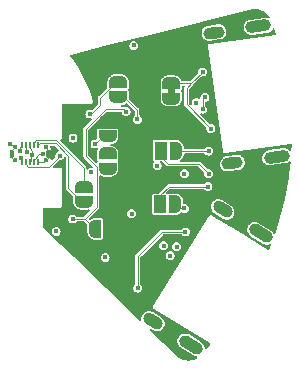
<source format=gtl>
G04 #@! TF.GenerationSoftware,KiCad,Pcbnew,(7.0.0-0)*
G04 #@! TF.CreationDate,2024-02-07T16:44:52+08:00*
G04 #@! TF.ProjectId,SWDProgrammer,53574450-726f-4677-9261-6d6d65722e6b,rev?*
G04 #@! TF.SameCoordinates,Original*
G04 #@! TF.FileFunction,Copper,L1,Top*
G04 #@! TF.FilePolarity,Positive*
%FSLAX46Y46*%
G04 Gerber Fmt 4.6, Leading zero omitted, Abs format (unit mm)*
G04 Created by KiCad (PCBNEW (7.0.0-0)) date 2024-02-07 16:44:52*
%MOMM*%
%LPD*%
G01*
G04 APERTURE LIST*
G04 Aperture macros list*
%AMRoundRect*
0 Rectangle with rounded corners*
0 $1 Rounding radius*
0 $2 $3 $4 $5 $6 $7 $8 $9 X,Y pos of 4 corners*
0 Add a 4 corners polygon primitive as box body*
4,1,4,$2,$3,$4,$5,$6,$7,$8,$9,$2,$3,0*
0 Add four circle primitives for the rounded corners*
1,1,$1+$1,$2,$3*
1,1,$1+$1,$4,$5*
1,1,$1+$1,$6,$7*
1,1,$1+$1,$8,$9*
0 Add four rect primitives between the rounded corners*
20,1,$1+$1,$2,$3,$4,$5,0*
20,1,$1+$1,$4,$5,$6,$7,0*
20,1,$1+$1,$6,$7,$8,$9,0*
20,1,$1+$1,$8,$9,$2,$3,0*%
%AMHorizOval*
0 Thick line with rounded ends*
0 $1 width*
0 $2 $3 position (X,Y) of the first rounded end (center of the circle)*
0 $4 $5 position (X,Y) of the second rounded end (center of the circle)*
0 Add line between two ends*
20,1,$1,$2,$3,$4,$5,0*
0 Add two circle primitives to create the rounded ends*
1,1,$1,$2,$3*
1,1,$1,$4,$5*%
%AMOutline5P*
0 Free polygon, 5 corners , with rotation*
0 The origin of the aperture is its center*
0 number of corners: always 5*
0 $1 to $10 corner X, Y*
0 $11 Rotation angle, in degrees counterclockwise*
0 create outline with 5 corners*
4,1,5,$1,$2,$3,$4,$5,$6,$7,$8,$9,$10,$1,$2,$11*%
%AMOutline6P*
0 Free polygon, 6 corners , with rotation*
0 The origin of the aperture is its center*
0 number of corners: always 6*
0 $1 to $12 corner X, Y*
0 $13 Rotation angle, in degrees counterclockwise*
0 create outline with 6 corners*
4,1,6,$1,$2,$3,$4,$5,$6,$7,$8,$9,$10,$11,$12,$1,$2,$13*%
%AMOutline7P*
0 Free polygon, 7 corners , with rotation*
0 The origin of the aperture is its center*
0 number of corners: always 7*
0 $1 to $14 corner X, Y*
0 $15 Rotation angle, in degrees counterclockwise*
0 create outline with 7 corners*
4,1,7,$1,$2,$3,$4,$5,$6,$7,$8,$9,$10,$11,$12,$13,$14,$1,$2,$15*%
%AMOutline8P*
0 Free polygon, 8 corners , with rotation*
0 The origin of the aperture is its center*
0 number of corners: always 8*
0 $1 to $16 corner X, Y*
0 $17 Rotation angle, in degrees counterclockwise*
0 create outline with 8 corners*
4,1,8,$1,$2,$3,$4,$5,$6,$7,$8,$9,$10,$11,$12,$13,$14,$15,$16,$1,$2,$17*%
%AMFreePoly0*
4,1,19,0.550000,-0.750000,0.000000,-0.750000,0.000000,-0.744911,-0.071157,-0.744911,-0.207708,-0.704816,-0.327430,-0.627875,-0.420627,-0.520320,-0.479746,-0.390866,-0.500000,-0.250000,-0.500000,0.250000,-0.479746,0.390866,-0.420627,0.520320,-0.327430,0.627875,-0.207708,0.704816,-0.071157,0.744911,0.000000,0.744911,0.000000,0.750000,0.550000,0.750000,0.550000,-0.750000,0.550000,-0.750000,
$1*%
%AMFreePoly1*
4,1,19,0.000000,0.744911,0.071157,0.744911,0.207708,0.704816,0.327430,0.627875,0.420627,0.520320,0.479746,0.390866,0.500000,0.250000,0.500000,-0.250000,0.479746,-0.390866,0.420627,-0.520320,0.327430,-0.627875,0.207708,-0.704816,0.071157,-0.744911,0.000000,-0.744911,0.000000,-0.750000,-0.550000,-0.750000,-0.550000,0.750000,0.000000,0.750000,0.000000,0.744911,0.000000,0.744911,
$1*%
%AMFreePoly2*
4,1,19,0.500000,-0.750000,0.000000,-0.750000,0.000000,-0.744911,-0.071157,-0.744911,-0.207708,-0.704816,-0.327430,-0.627875,-0.420627,-0.520320,-0.479746,-0.390866,-0.500000,-0.250000,-0.500000,0.250000,-0.479746,0.390866,-0.420627,0.520320,-0.327430,0.627875,-0.207708,0.704816,-0.071157,0.744911,0.000000,0.744911,0.000000,0.750000,0.500000,0.750000,0.500000,-0.750000,0.500000,-0.750000,
$1*%
%AMFreePoly3*
4,1,19,0.000000,0.744911,0.071157,0.744911,0.207708,0.704816,0.327430,0.627875,0.420627,0.520320,0.479746,0.390866,0.500000,0.250000,0.500000,-0.250000,0.479746,-0.390866,0.420627,-0.520320,0.327430,-0.627875,0.207708,-0.704816,0.071157,-0.744911,0.000000,-0.744911,0.000000,-0.750000,-0.500000,-0.750000,-0.500000,0.750000,0.000000,0.750000,0.000000,0.744911,0.000000,0.744911,
$1*%
G04 Aperture macros list end*
G04 #@! TA.AperFunction,SMDPad,CuDef*
%ADD10FreePoly0,180.000000*%
G04 #@! TD*
G04 #@! TA.AperFunction,SMDPad,CuDef*
%ADD11R,1.000000X1.500000*%
G04 #@! TD*
G04 #@! TA.AperFunction,SMDPad,CuDef*
%ADD12FreePoly1,180.000000*%
G04 #@! TD*
G04 #@! TA.AperFunction,SMDPad,CuDef*
%ADD13FreePoly2,90.000000*%
G04 #@! TD*
G04 #@! TA.AperFunction,SMDPad,CuDef*
%ADD14FreePoly3,90.000000*%
G04 #@! TD*
G04 #@! TA.AperFunction,SMDPad,CuDef*
%ADD15FreePoly2,0.000000*%
G04 #@! TD*
G04 #@! TA.AperFunction,SMDPad,CuDef*
%ADD16FreePoly3,0.000000*%
G04 #@! TD*
G04 #@! TA.AperFunction,SMDPad,CuDef*
%ADD17RoundRect,0.060000X-0.060000X-0.190000X0.060000X-0.190000X0.060000X0.190000X-0.060000X0.190000X0*%
G04 #@! TD*
G04 #@! TA.AperFunction,SMDPad,CuDef*
%ADD18Outline5P,-0.200000X0.175000X0.060000X0.175000X0.200000X0.035000X0.200000X-0.175000X-0.200000X-0.175000X180.000000*%
G04 #@! TD*
G04 #@! TA.AperFunction,SMDPad,CuDef*
%ADD19Outline6P,-0.130000X0.360000X0.026000X0.360000X0.130000X0.256000X0.130000X-0.256000X0.026000X-0.360000X-0.130000X-0.360000X0.000000*%
G04 #@! TD*
G04 #@! TA.AperFunction,SMDPad,CuDef*
%ADD20Outline5P,-0.200000X0.035000X-0.060000X0.175000X0.200000X0.175000X0.200000X-0.175000X-0.200000X-0.175000X0.000000*%
G04 #@! TD*
G04 #@! TA.AperFunction,SMDPad,CuDef*
%ADD21Outline5P,-0.200000X0.035000X-0.060000X0.175000X0.200000X0.175000X0.200000X-0.175000X-0.200000X-0.175000X180.000000*%
G04 #@! TD*
G04 #@! TA.AperFunction,SMDPad,CuDef*
%ADD22Outline6P,-0.130000X0.256000X-0.026000X0.360000X0.130000X0.360000X0.130000X-0.360000X-0.026000X-0.360000X-0.130000X-0.256000X0.000000*%
G04 #@! TD*
G04 #@! TA.AperFunction,SMDPad,CuDef*
%ADD23Outline5P,-0.200000X0.175000X0.060000X0.175000X0.200000X0.035000X0.200000X-0.175000X-0.200000X-0.175000X0.000000*%
G04 #@! TD*
G04 #@! TA.AperFunction,ComponentPad*
%ADD24HorizOval,1.000000X-0.508829X0.317952X0.508829X-0.317952X0*%
G04 #@! TD*
G04 #@! TA.AperFunction,ComponentPad*
%ADD25HorizOval,1.000000X-0.339219X0.211968X0.339219X-0.211968X0*%
G04 #@! TD*
G04 #@! TA.AperFunction,ComponentPad*
%ADD26HorizOval,1.000000X0.594161X0.083504X-0.594161X-0.083504X0*%
G04 #@! TD*
G04 #@! TA.AperFunction,ComponentPad*
%ADD27HorizOval,1.000000X0.396107X0.055669X-0.396107X-0.055669X0*%
G04 #@! TD*
G04 #@! TA.AperFunction,ViaPad*
%ADD28C,0.450000*%
G04 #@! TD*
G04 #@! TA.AperFunction,Conductor*
%ADD29C,0.100000*%
G04 #@! TD*
G04 APERTURE END LIST*
G36*
X146950000Y-56750000D02*
G01*
X146350000Y-56750000D01*
X146350000Y-56250000D01*
X146950000Y-56250000D01*
X146950000Y-56750000D01*
G37*
D10*
X147050000Y-61557500D03*
D11*
X145749999Y-61557499D03*
D12*
X144450000Y-61557500D03*
D10*
X147000000Y-66100000D03*
D11*
X145699999Y-66099999D03*
D12*
X144400000Y-66100000D03*
D13*
X141250000Y-63100000D03*
D14*
X141250000Y-61800000D03*
D15*
X140200000Y-68200000D03*
D16*
X141500000Y-68200000D03*
D13*
X146650000Y-57150000D03*
D14*
X146650000Y-55850000D03*
D17*
X133999999Y-61115943D03*
X134349999Y-61115943D03*
X134699999Y-61115943D03*
X135049999Y-61115943D03*
X135399999Y-61115943D03*
X133999999Y-62525943D03*
X134349999Y-62525943D03*
X134699999Y-62525943D03*
X135049999Y-62525943D03*
X135399999Y-62525943D03*
D18*
X133394998Y-61280943D03*
D19*
X133189998Y-61825942D03*
D20*
X133394998Y-62370942D03*
D21*
X136004998Y-61280942D03*
D22*
X136209998Y-61825942D03*
D23*
X136004998Y-62370942D03*
D13*
X139250000Y-65900000D03*
D14*
X139250000Y-64600000D03*
D13*
X141250000Y-60350000D03*
D14*
X141250000Y-59050000D03*
D13*
X142150000Y-57050000D03*
D14*
X142150000Y-55750000D03*
D24*
X148316797Y-78015415D03*
X154225715Y-68559170D03*
D25*
X151003291Y-66545222D03*
X145094215Y-76001721D03*
D26*
X155581179Y-62080248D03*
X154029316Y-51038164D03*
D27*
X150266255Y-51566725D03*
X151818161Y-62609105D03*
D28*
X143233206Y-58795658D03*
X145250000Y-71450000D03*
X146075000Y-67900000D03*
X140250000Y-67000000D03*
X145250000Y-54500000D03*
X137950000Y-69250000D03*
X136625000Y-61874500D03*
X147900000Y-65275000D03*
X137700000Y-60550000D03*
X138325000Y-60500000D03*
X141050000Y-70600000D03*
X143771839Y-58904409D03*
X147750000Y-66450000D03*
X149800000Y-61600000D03*
X136900000Y-68400000D03*
X142820000Y-58250000D03*
X138300000Y-67350000D03*
X147850000Y-68450000D03*
X143800000Y-73200000D03*
X146150000Y-57050000D03*
X140200000Y-61000000D03*
X146000000Y-69600000D03*
X146550000Y-70450000D03*
X147100000Y-69700000D03*
X149750000Y-64600000D03*
X149800000Y-63500000D03*
X150000000Y-59700000D03*
X134884560Y-61947724D03*
X149300000Y-54900000D03*
X146175000Y-55725000D03*
X147750000Y-63500000D03*
X139850000Y-63400000D03*
X141250000Y-61800000D03*
X141250000Y-63100000D03*
X137220000Y-61975500D03*
X149500000Y-57050000D03*
X149300000Y-58050000D03*
X148750000Y-57500000D03*
X133919458Y-62190775D03*
X132975000Y-61000000D03*
X139750000Y-58449500D03*
X134429034Y-61640397D03*
X145450000Y-62850000D03*
X133880236Y-61612597D03*
X143300000Y-66900000D03*
X135785499Y-61885780D03*
X143475000Y-52650000D03*
D29*
X136224999Y-62150943D02*
X136224999Y-61825943D01*
X136004999Y-61280943D02*
X136224999Y-61500943D01*
X135834999Y-62540943D02*
X136004999Y-62370943D01*
X136576443Y-61825943D02*
X136224999Y-61825943D01*
X136625000Y-61874500D02*
X136576443Y-61825943D01*
X136224999Y-61500943D02*
X136224999Y-61825943D01*
X135399999Y-62540943D02*
X135834999Y-62540943D01*
X136004999Y-62370943D02*
X136224999Y-62150943D01*
X147750000Y-66450000D02*
X147350000Y-66450000D01*
X147050000Y-61557500D02*
X147092500Y-61600000D01*
X143750000Y-58150000D02*
X143750000Y-58900000D01*
X142150000Y-57050000D02*
X142650000Y-57050000D01*
X142650000Y-57050000D02*
X143750000Y-58150000D01*
X147092500Y-61600000D02*
X149800000Y-61600000D01*
X147350000Y-66450000D02*
X147000000Y-66100000D01*
X142620000Y-58050000D02*
X142820000Y-58250000D01*
X139400000Y-59730761D02*
X141080761Y-58050000D01*
X139400000Y-62025000D02*
X139400000Y-59730761D01*
X139350000Y-67350000D02*
X138300000Y-67350000D01*
X139325000Y-67350000D02*
X140350000Y-66325000D01*
X140350000Y-66325000D02*
X140350000Y-62975000D01*
X141080761Y-58050000D02*
X142620000Y-58050000D01*
X140200000Y-68200000D02*
X139350000Y-67350000D01*
X138300000Y-67350000D02*
X139325000Y-67350000D01*
X140350000Y-62975000D02*
X139400000Y-62025000D01*
X145850000Y-68450000D02*
X143800000Y-70500000D01*
X143800000Y-70500000D02*
X143800000Y-73200000D01*
X140850000Y-60350000D02*
X140200000Y-61000000D01*
X141250000Y-60350000D02*
X140850000Y-60350000D01*
X147850000Y-68450000D02*
X145850000Y-68450000D01*
X146450000Y-64600000D02*
X145700000Y-65350000D01*
X149750000Y-64600000D02*
X146450000Y-64600000D01*
X145700000Y-65350000D02*
X145700000Y-66100000D01*
X145750000Y-62100000D02*
X146350000Y-62700000D01*
X146350000Y-62700000D02*
X149000000Y-62700000D01*
X149000000Y-62700000D02*
X149800000Y-63500000D01*
X145750000Y-62150000D02*
X145750000Y-61557500D01*
X145750000Y-61557500D02*
X145750000Y-62100000D01*
X134779999Y-62052285D02*
X134779999Y-62460943D01*
X134884560Y-61554229D02*
X134699999Y-61369668D01*
X147950000Y-56250000D02*
X148350000Y-55850000D01*
X134884560Y-61947724D02*
X134884560Y-61554229D01*
X149300000Y-54900000D02*
X148350000Y-55850000D01*
X134699999Y-61369668D02*
X134699999Y-61110943D01*
X150000000Y-59700000D02*
X147950000Y-57650000D01*
X134884560Y-61947724D02*
X134779999Y-62052285D01*
X148350000Y-55850000D02*
X146650000Y-55850000D01*
X134779999Y-62460943D02*
X134699999Y-62540943D01*
X147950000Y-57650000D02*
X147950000Y-56250000D01*
X134553014Y-62925943D02*
X136269557Y-62925943D01*
X136269557Y-62925943D02*
X137220000Y-61975500D01*
X134349999Y-62722928D02*
X134553014Y-62925943D01*
X149300000Y-57200000D02*
X149450000Y-57050000D01*
X134349999Y-62525943D02*
X134349999Y-62722928D01*
X149300000Y-58050000D02*
X149300000Y-57200000D01*
X133999999Y-62271316D02*
X133919458Y-62190775D01*
X133999999Y-62525943D02*
X133999999Y-62271316D01*
X133394999Y-61280943D02*
X133174999Y-61500943D01*
X140625000Y-57112868D02*
X141987868Y-55750000D01*
X139875500Y-58449500D02*
X140625000Y-57700000D01*
X133174999Y-62150943D02*
X133394999Y-62370943D01*
X133174999Y-61500943D02*
X133174999Y-61825943D01*
X132975000Y-61000000D02*
X133114056Y-61000000D01*
X133114056Y-61000000D02*
X133394999Y-61280943D01*
X139750000Y-58449500D02*
X139875500Y-58449500D01*
X140625000Y-57700000D02*
X140625000Y-57112868D01*
X141987868Y-55750000D02*
X142150000Y-55750000D01*
X133174999Y-61825943D02*
X133174999Y-62150943D01*
X134349999Y-61561362D02*
X134349999Y-61110943D01*
X134429034Y-61640397D02*
X134349999Y-61561362D01*
X133880236Y-61230706D02*
X133999999Y-61110943D01*
X133880236Y-61612597D02*
X133880236Y-61230706D01*
X135049999Y-62315943D02*
X135049999Y-62540943D01*
X135785499Y-61885780D02*
X135480162Y-61885780D01*
X135480162Y-61885780D02*
X135049999Y-62315943D01*
X139250000Y-63025000D02*
X136925000Y-60700000D01*
X139250000Y-64600000D02*
X139250000Y-63025000D01*
X135049999Y-60875001D02*
X135049999Y-61110943D01*
X136925000Y-60700000D02*
X135225000Y-60700000D01*
X135225000Y-60700000D02*
X135049999Y-60875001D01*
X137925000Y-61982842D02*
X137925000Y-64737132D01*
X136892158Y-60950000D02*
X137925000Y-61982842D01*
X137925000Y-64737132D02*
X139087868Y-65900000D01*
X135399999Y-61110943D02*
X135560942Y-60950000D01*
X135560942Y-60950000D02*
X136892158Y-60950000D01*
X139087868Y-65900000D02*
X139250000Y-65900000D01*
G04 #@! TA.AperFunction,Conductor*
G36*
X153727349Y-49582786D02*
G01*
X153942099Y-49601963D01*
X153952536Y-49603655D01*
X154162347Y-49653265D01*
X154172421Y-49656423D01*
X154348361Y-49725742D01*
X154373011Y-49735454D01*
X154382554Y-49740027D01*
X154569821Y-49846862D01*
X154578598Y-49852739D01*
X154640014Y-49900559D01*
X154748705Y-49985188D01*
X154756569Y-49992270D01*
X154906038Y-50147622D01*
X154912811Y-50155752D01*
X154979801Y-50248999D01*
X154993692Y-50293375D01*
X154978369Y-50337278D01*
X154939880Y-50363371D01*
X154893424Y-50361352D01*
X154782007Y-50319028D01*
X154782000Y-50319026D01*
X154777653Y-50317375D01*
X154773031Y-50316856D01*
X154773025Y-50316855D01*
X154618950Y-50299574D01*
X154614323Y-50299055D01*
X154609720Y-50299701D01*
X154609712Y-50299702D01*
X153306399Y-50482871D01*
X153306391Y-50482872D01*
X153304097Y-50483195D01*
X153301860Y-50483802D01*
X153301849Y-50483805D01*
X153189790Y-50514251D01*
X153189782Y-50514254D01*
X153185300Y-50515472D01*
X153181260Y-50517766D01*
X153181255Y-50517769D01*
X153046439Y-50594355D01*
X153046435Y-50594357D01*
X153042395Y-50596653D01*
X153039052Y-50599881D01*
X153039047Y-50599885D01*
X152927516Y-50707589D01*
X152927512Y-50707593D01*
X152924167Y-50710824D01*
X152921730Y-50714785D01*
X152921727Y-50714789D01*
X152840488Y-50846840D01*
X152840484Y-50846847D01*
X152838048Y-50850808D01*
X152836672Y-50855251D01*
X152836670Y-50855257D01*
X152790823Y-51003366D01*
X152790822Y-51003370D01*
X152789447Y-51007813D01*
X152789219Y-51012455D01*
X152789219Y-51012461D01*
X152782567Y-51148491D01*
X152781419Y-51171971D01*
X152782353Y-51176524D01*
X152782354Y-51176528D01*
X152813530Y-51328408D01*
X152813531Y-51328413D01*
X152814467Y-51332969D01*
X152816506Y-51337150D01*
X152816508Y-51337155D01*
X152868655Y-51444072D01*
X152886515Y-51480690D01*
X152889530Y-51484232D01*
X152889531Y-51484234D01*
X152952788Y-51558560D01*
X152993037Y-51605852D01*
X153127338Y-51700591D01*
X153280981Y-51758955D01*
X153444311Y-51777275D01*
X154754537Y-51593135D01*
X154873334Y-51560858D01*
X155016239Y-51479677D01*
X155134466Y-51365506D01*
X155220585Y-51225522D01*
X155235546Y-51177190D01*
X155261834Y-51139875D01*
X155305018Y-51125083D01*
X155348665Y-51138445D01*
X155376168Y-51174877D01*
X155469309Y-51444072D01*
X155469731Y-51445327D01*
X155537305Y-51652692D01*
X155538302Y-51695224D01*
X155515714Y-51731276D01*
X155477007Y-51748932D01*
X149921186Y-52511356D01*
X149902155Y-52511497D01*
X149900703Y-52511319D01*
X149900694Y-52511320D01*
X149891029Y-52510139D01*
X149854269Y-52525764D01*
X149854269Y-52525765D01*
X149826060Y-52537631D01*
X149826058Y-52537631D01*
X149817270Y-52541329D01*
X149817084Y-52541573D01*
X149816805Y-52541692D01*
X149811109Y-52549257D01*
X149811106Y-52549261D01*
X149792850Y-52573514D01*
X149792684Y-52573733D01*
X149774248Y-52598035D01*
X149774246Y-52598038D01*
X149768522Y-52605584D01*
X149768483Y-52605888D01*
X149768301Y-52606131D01*
X149767150Y-52615538D01*
X149767150Y-52615541D01*
X149764564Y-52636691D01*
X149763448Y-52645828D01*
X149758434Y-52685603D01*
X149762209Y-52694580D01*
X149762210Y-52694582D01*
X149762778Y-52695931D01*
X149767840Y-52714283D01*
X151023789Y-61616360D01*
X151023972Y-61635645D01*
X151023842Y-61636709D01*
X151023842Y-61636712D01*
X151022664Y-61646382D01*
X151026476Y-61655343D01*
X151026477Y-61655345D01*
X151028330Y-61659700D01*
X151038372Y-61683301D01*
X151054209Y-61720556D01*
X151054229Y-61720571D01*
X151054240Y-61720596D01*
X151087504Y-61745618D01*
X151118648Y-61769061D01*
X151118672Y-61769064D01*
X151118694Y-61769080D01*
X151160149Y-61774134D01*
X151198705Y-61778847D01*
X151208279Y-61774776D01*
X151208645Y-61774621D01*
X151227238Y-61769449D01*
X156761542Y-60986855D01*
X156803965Y-60993433D01*
X156835598Y-61022460D01*
X156845791Y-61064165D01*
X156819097Y-61552526D01*
X156804114Y-61593275D01*
X156768854Y-61618607D01*
X156725454Y-61619802D01*
X156688853Y-61596448D01*
X156627370Y-61524206D01*
X156617460Y-61512562D01*
X156609853Y-61507196D01*
X156486964Y-61420507D01*
X156486963Y-61420506D01*
X156483159Y-61417823D01*
X156478808Y-61416170D01*
X156478804Y-61416168D01*
X156333869Y-61361112D01*
X156333864Y-61361111D01*
X156329516Y-61359459D01*
X156324894Y-61358940D01*
X156324888Y-61358939D01*
X156170813Y-61341658D01*
X156166186Y-61341139D01*
X156161583Y-61341785D01*
X156161575Y-61341786D01*
X154858262Y-61524955D01*
X154858254Y-61524956D01*
X154855960Y-61525279D01*
X154853723Y-61525886D01*
X154853712Y-61525889D01*
X154741653Y-61556335D01*
X154741645Y-61556338D01*
X154737163Y-61557556D01*
X154733123Y-61559850D01*
X154733118Y-61559853D01*
X154598302Y-61636439D01*
X154598298Y-61636441D01*
X154594258Y-61638737D01*
X154590915Y-61641965D01*
X154590910Y-61641969D01*
X154479379Y-61749673D01*
X154479375Y-61749677D01*
X154476030Y-61752908D01*
X154473593Y-61756869D01*
X154473590Y-61756873D01*
X154392351Y-61888924D01*
X154392347Y-61888931D01*
X154389911Y-61892892D01*
X154388535Y-61897335D01*
X154388533Y-61897341D01*
X154342686Y-62045450D01*
X154342685Y-62045454D01*
X154341310Y-62049897D01*
X154341082Y-62054539D01*
X154341082Y-62054545D01*
X154333757Y-62204332D01*
X154333282Y-62214055D01*
X154334216Y-62218608D01*
X154334217Y-62218612D01*
X154365393Y-62370492D01*
X154365394Y-62370497D01*
X154366330Y-62375053D01*
X154368369Y-62379234D01*
X154368371Y-62379239D01*
X154417357Y-62479674D01*
X154438378Y-62522774D01*
X154441393Y-62526316D01*
X154441394Y-62526318D01*
X154501065Y-62596430D01*
X154544900Y-62647936D01*
X154679201Y-62742675D01*
X154832844Y-62801039D01*
X154996174Y-62819359D01*
X156306400Y-62635219D01*
X156425197Y-62602942D01*
X156568102Y-62521761D01*
X156619444Y-62472179D01*
X156658999Y-62452366D01*
X156702790Y-62458660D01*
X156735165Y-62488812D01*
X156744551Y-62532045D01*
X156713442Y-62877644D01*
X156713163Y-62880232D01*
X156595745Y-63815123D01*
X156595376Y-63817699D01*
X156445151Y-64747926D01*
X156444691Y-64750487D01*
X156261855Y-65674838D01*
X156261305Y-65677382D01*
X156046080Y-66594735D01*
X156045441Y-66597257D01*
X155798099Y-67506456D01*
X155797372Y-67508955D01*
X155518206Y-68408922D01*
X155517391Y-68411394D01*
X155457043Y-68584215D01*
X155432600Y-68618240D01*
X155393598Y-68633540D01*
X155352539Y-68625210D01*
X155322584Y-68595920D01*
X155316042Y-68584215D01*
X155267153Y-68496737D01*
X155264563Y-68492102D01*
X155264560Y-68492098D01*
X155262290Y-68488036D01*
X155148948Y-68369015D01*
X155090409Y-68332436D01*
X154028858Y-67669105D01*
X154028859Y-67669105D01*
X154026893Y-67667877D01*
X154024790Y-67666905D01*
X154024784Y-67666902D01*
X153919370Y-67618194D01*
X153919368Y-67618193D01*
X153915143Y-67616241D01*
X153910563Y-67615400D01*
X153910562Y-67615400D01*
X153758064Y-67587411D01*
X153758057Y-67587410D01*
X153753488Y-67586572D01*
X153748851Y-67586896D01*
X153748848Y-67586896D01*
X153594179Y-67597711D01*
X153594177Y-67597711D01*
X153589534Y-67598036D01*
X153585116Y-67599505D01*
X153585114Y-67599506D01*
X153437999Y-67648444D01*
X153437994Y-67648446D01*
X153433582Y-67649914D01*
X153429673Y-67652432D01*
X153429669Y-67652435D01*
X153299343Y-67736425D01*
X153299338Y-67736428D01*
X153295431Y-67738947D01*
X153292270Y-67742359D01*
X153292268Y-67742362D01*
X153186923Y-67856123D01*
X153186918Y-67856129D01*
X153183762Y-67859538D01*
X153181549Y-67863629D01*
X153181548Y-67863632D01*
X153107804Y-68000018D01*
X153107802Y-68000022D01*
X153105591Y-68004112D01*
X153104467Y-68008619D01*
X153104465Y-68008625D01*
X153066955Y-68159066D01*
X153066954Y-68159071D01*
X153065829Y-68163585D01*
X153065861Y-68168239D01*
X153065861Y-68168244D01*
X153066944Y-68323280D01*
X153066977Y-68327936D01*
X153068166Y-68332436D01*
X153107771Y-68482340D01*
X153107773Y-68482346D01*
X153108960Y-68486837D01*
X153111228Y-68490896D01*
X153111229Y-68490897D01*
X153186870Y-68626242D01*
X153186872Y-68626245D01*
X153189142Y-68630306D01*
X153302484Y-68749327D01*
X154424539Y-69450465D01*
X154536290Y-69502101D01*
X154697944Y-69531771D01*
X154861898Y-69520306D01*
X155010620Y-69470832D01*
X155051898Y-69469253D01*
X155087593Y-69490048D01*
X155106579Y-69526737D01*
X155102938Y-69567887D01*
X154960457Y-69934016D01*
X154934218Y-69967600D01*
X154893808Y-69981143D01*
X154852631Y-69970152D01*
X152263745Y-68372384D01*
X150129489Y-67055197D01*
X150114232Y-67042691D01*
X150113970Y-67042410D01*
X150113969Y-67042409D01*
X150107326Y-67035285D01*
X150087311Y-67029163D01*
X150087295Y-67029157D01*
X150086931Y-67028933D01*
X150085787Y-67028590D01*
X150085776Y-67028586D01*
X150068490Y-67023406D01*
X150068095Y-67023286D01*
X150039310Y-67014483D01*
X150039306Y-67014482D01*
X150030200Y-67011698D01*
X150029756Y-67011800D01*
X150029322Y-67011670D01*
X150020098Y-67013853D01*
X149990684Y-67020815D01*
X149990283Y-67020909D01*
X149960857Y-67027700D01*
X149960853Y-67027701D01*
X149951612Y-67029835D01*
X149951280Y-67030144D01*
X149950838Y-67030249D01*
X149943943Y-67036749D01*
X149943940Y-67036752D01*
X149921925Y-67057512D01*
X149921625Y-67057793D01*
X149908499Y-67070032D01*
X149908491Y-67070039D01*
X149907626Y-67070847D01*
X149907402Y-67071202D01*
X149907382Y-67071225D01*
X149899246Y-67078897D01*
X149899243Y-67078901D01*
X149892159Y-67085582D01*
X149889362Y-67094912D01*
X149889363Y-67094912D01*
X149889252Y-67095283D01*
X149881120Y-67113256D01*
X145120538Y-74730497D01*
X145108519Y-74745148D01*
X145107363Y-74746236D01*
X145107359Y-74746241D01*
X145100269Y-74752918D01*
X145097466Y-74762243D01*
X145097465Y-74762246D01*
X145088847Y-74790926D01*
X145088743Y-74791270D01*
X145079851Y-74820345D01*
X145079850Y-74820346D01*
X145077082Y-74829401D01*
X145077170Y-74829783D01*
X145077058Y-74830158D01*
X145079247Y-74839437D01*
X145079247Y-74839440D01*
X145086116Y-74868559D01*
X145085997Y-74868587D01*
X145086199Y-74868907D01*
X145093071Y-74898686D01*
X145093072Y-74898688D01*
X145095219Y-74907989D01*
X145095487Y-74908276D01*
X145095577Y-74908657D01*
X145122927Y-74937706D01*
X145150220Y-74966978D01*
X145159535Y-74969826D01*
X145159537Y-74969828D01*
X145161048Y-74970290D01*
X145178320Y-74978111D01*
X149886333Y-77888763D01*
X149913331Y-77905454D01*
X149941581Y-77937329D01*
X149947581Y-77979496D01*
X149929345Y-78017986D01*
X149770528Y-78193897D01*
X149769600Y-78194905D01*
X149721079Y-78246652D01*
X149604037Y-78371474D01*
X149566364Y-78393038D01*
X149523080Y-78389765D01*
X149489078Y-78362782D01*
X149476058Y-78321376D01*
X149475537Y-78246652D01*
X149433554Y-78087750D01*
X149353372Y-77944281D01*
X149240030Y-77825260D01*
X149181491Y-77788681D01*
X148119940Y-77125350D01*
X148119941Y-77125350D01*
X148117975Y-77124122D01*
X148115872Y-77123150D01*
X148115866Y-77123147D01*
X148010452Y-77074439D01*
X148010450Y-77074438D01*
X148006225Y-77072486D01*
X148001645Y-77071645D01*
X148001644Y-77071645D01*
X147849146Y-77043656D01*
X147849139Y-77043655D01*
X147844570Y-77042817D01*
X147839933Y-77043141D01*
X147839930Y-77043141D01*
X147685261Y-77053956D01*
X147685259Y-77053956D01*
X147680616Y-77054281D01*
X147676198Y-77055750D01*
X147676196Y-77055751D01*
X147529081Y-77104689D01*
X147529076Y-77104691D01*
X147524664Y-77106159D01*
X147520755Y-77108677D01*
X147520751Y-77108680D01*
X147390425Y-77192670D01*
X147390420Y-77192673D01*
X147386513Y-77195192D01*
X147383352Y-77198604D01*
X147383350Y-77198607D01*
X147278005Y-77312368D01*
X147278000Y-77312374D01*
X147274844Y-77315783D01*
X147272631Y-77319874D01*
X147272630Y-77319877D01*
X147198886Y-77456263D01*
X147198884Y-77456267D01*
X147196673Y-77460357D01*
X147195549Y-77464864D01*
X147195547Y-77464870D01*
X147158037Y-77615311D01*
X147158036Y-77615316D01*
X147156911Y-77619830D01*
X147156943Y-77624484D01*
X147156943Y-77624489D01*
X147158026Y-77779525D01*
X147158059Y-77784181D01*
X147159248Y-77788681D01*
X147198853Y-77938585D01*
X147198855Y-77938591D01*
X147200042Y-77943082D01*
X147202310Y-77947141D01*
X147202311Y-77947142D01*
X147277952Y-78082487D01*
X147277954Y-78082490D01*
X147280224Y-78086551D01*
X147393566Y-78205572D01*
X148515621Y-78906710D01*
X148627372Y-78958346D01*
X148631953Y-78959186D01*
X148631954Y-78959187D01*
X148789026Y-78988016D01*
X148788620Y-78990227D01*
X148823010Y-79003621D01*
X148847730Y-79042387D01*
X148844784Y-79088270D01*
X148815311Y-79123557D01*
X148734261Y-79174263D01*
X148724331Y-79179472D01*
X148538801Y-79259529D01*
X148528199Y-79263179D01*
X148332694Y-79314288D01*
X148321662Y-79316294D01*
X148120678Y-79337278D01*
X148109470Y-79337594D01*
X147907626Y-79327971D01*
X147896499Y-79326590D01*
X147698426Y-79286581D01*
X147687636Y-79283535D01*
X147622069Y-79259529D01*
X147497880Y-79214058D01*
X147487674Y-79209416D01*
X147310590Y-79112065D01*
X147301201Y-79105934D01*
X147246666Y-79064103D01*
X147139973Y-78982264D01*
X147133809Y-78976973D01*
X145968101Y-77859315D01*
X144854639Y-76791749D01*
X144833624Y-76754432D01*
X144836803Y-76711722D01*
X144863109Y-76677926D01*
X144903733Y-76664364D01*
X144945066Y-76675579D01*
X145121444Y-76785793D01*
X145121452Y-76785797D01*
X145123428Y-76787032D01*
X145235179Y-76838668D01*
X145396834Y-76868337D01*
X145560788Y-76856873D01*
X145716740Y-76804995D01*
X145854891Y-76715963D01*
X145966560Y-76595371D01*
X146044731Y-76450797D01*
X146084493Y-76291324D01*
X146083345Y-76126974D01*
X146041362Y-75968072D01*
X145961180Y-75824603D01*
X145847838Y-75705582D01*
X145065004Y-75216412D01*
X145022949Y-75196980D01*
X144957479Y-75166728D01*
X144957474Y-75166726D01*
X144953253Y-75164776D01*
X144948671Y-75163935D01*
X144796174Y-75135946D01*
X144796167Y-75135945D01*
X144791598Y-75135107D01*
X144786961Y-75135431D01*
X144786958Y-75135431D01*
X144632289Y-75146246D01*
X144632287Y-75146246D01*
X144627644Y-75146571D01*
X144623226Y-75148040D01*
X144623224Y-75148041D01*
X144476108Y-75196980D01*
X144476105Y-75196981D01*
X144471693Y-75198449D01*
X144467781Y-75200969D01*
X144467781Y-75200970D01*
X144337453Y-75284960D01*
X144337448Y-75284963D01*
X144333541Y-75287482D01*
X144330385Y-75290889D01*
X144330379Y-75290895D01*
X144225033Y-75404658D01*
X144225028Y-75404664D01*
X144221872Y-75408073D01*
X144219659Y-75412164D01*
X144219658Y-75412167D01*
X144145914Y-75548553D01*
X144145912Y-75548557D01*
X144143701Y-75552647D01*
X144142577Y-75557154D01*
X144142575Y-75557160D01*
X144105065Y-75707601D01*
X144105064Y-75707606D01*
X144103939Y-75712120D01*
X144103971Y-75716774D01*
X144103971Y-75716779D01*
X144104753Y-75828666D01*
X144105087Y-75876470D01*
X144106276Y-75880970D01*
X144107425Y-75885319D01*
X144104322Y-75932360D01*
X144073441Y-75967981D01*
X144027316Y-75977725D01*
X143984667Y-75957637D01*
X141108474Y-73200000D01*
X143419819Y-73200000D01*
X143438426Y-73317482D01*
X143492427Y-73423465D01*
X143576535Y-73507573D01*
X143682518Y-73561574D01*
X143800000Y-73580181D01*
X143917482Y-73561574D01*
X144023465Y-73507573D01*
X144107573Y-73423465D01*
X144161574Y-73317482D01*
X144180181Y-73200000D01*
X144161574Y-73082518D01*
X144107573Y-72976535D01*
X144023465Y-72892427D01*
X144024489Y-72891402D01*
X144008565Y-72872758D01*
X144000500Y-72839163D01*
X144000500Y-70613701D01*
X144006133Y-70585382D01*
X144022174Y-70561375D01*
X144133549Y-70450000D01*
X146169819Y-70450000D01*
X146170730Y-70455752D01*
X146187458Y-70561375D01*
X146188426Y-70567482D01*
X146242427Y-70673465D01*
X146326535Y-70757573D01*
X146432518Y-70811574D01*
X146550000Y-70830181D01*
X146667482Y-70811574D01*
X146773465Y-70757573D01*
X146857573Y-70673465D01*
X146911574Y-70567482D01*
X146930181Y-70450000D01*
X146911574Y-70332518D01*
X146857573Y-70226535D01*
X146773465Y-70142427D01*
X146667482Y-70088426D01*
X146661728Y-70087514D01*
X146661726Y-70087514D01*
X146555752Y-70070730D01*
X146550000Y-70069819D01*
X146544248Y-70070730D01*
X146438273Y-70087514D01*
X146438269Y-70087515D01*
X146432518Y-70088426D01*
X146427326Y-70091071D01*
X146427324Y-70091072D01*
X146331727Y-70139781D01*
X146331724Y-70139782D01*
X146326535Y-70142427D01*
X146322418Y-70146543D01*
X146322415Y-70146546D01*
X146246546Y-70222415D01*
X146246543Y-70222418D01*
X146242427Y-70226535D01*
X146239782Y-70231724D01*
X146239781Y-70231727D01*
X146191072Y-70327324D01*
X146188426Y-70332518D01*
X146187515Y-70338269D01*
X146187514Y-70338273D01*
X146172658Y-70432076D01*
X146169819Y-70450000D01*
X144133549Y-70450000D01*
X144983550Y-69600000D01*
X145619819Y-69600000D01*
X145638426Y-69717482D01*
X145641072Y-69722675D01*
X145689378Y-69817482D01*
X145692427Y-69823465D01*
X145776535Y-69907573D01*
X145882518Y-69961574D01*
X146000000Y-69980181D01*
X146117482Y-69961574D01*
X146223465Y-69907573D01*
X146307573Y-69823465D01*
X146361574Y-69717482D01*
X146364343Y-69700000D01*
X146719819Y-69700000D01*
X146738426Y-69817482D01*
X146792427Y-69923465D01*
X146876535Y-70007573D01*
X146982518Y-70061574D01*
X147100000Y-70080181D01*
X147217482Y-70061574D01*
X147323465Y-70007573D01*
X147407573Y-69923465D01*
X147461574Y-69817482D01*
X147480181Y-69700000D01*
X147461574Y-69582518D01*
X147407573Y-69476535D01*
X147323465Y-69392427D01*
X147217482Y-69338426D01*
X147211728Y-69337514D01*
X147211726Y-69337514D01*
X147105752Y-69320730D01*
X147100000Y-69319819D01*
X147094248Y-69320730D01*
X146988273Y-69337514D01*
X146988269Y-69337515D01*
X146982518Y-69338426D01*
X146977326Y-69341071D01*
X146977324Y-69341072D01*
X146881727Y-69389781D01*
X146881724Y-69389782D01*
X146876535Y-69392427D01*
X146872418Y-69396543D01*
X146872415Y-69396546D01*
X146796546Y-69472415D01*
X146796543Y-69472418D01*
X146792427Y-69476535D01*
X146789782Y-69481724D01*
X146789781Y-69481727D01*
X146741072Y-69577324D01*
X146738426Y-69582518D01*
X146737515Y-69588269D01*
X146737514Y-69588273D01*
X146736568Y-69594248D01*
X146719819Y-69700000D01*
X146364343Y-69700000D01*
X146380181Y-69600000D01*
X146361574Y-69482518D01*
X146307573Y-69376535D01*
X146223465Y-69292427D01*
X146117482Y-69238426D01*
X146111728Y-69237514D01*
X146111726Y-69237514D01*
X146005752Y-69220730D01*
X146000000Y-69219819D01*
X145994248Y-69220730D01*
X145888273Y-69237514D01*
X145888269Y-69237515D01*
X145882518Y-69238426D01*
X145877326Y-69241071D01*
X145877324Y-69241072D01*
X145781727Y-69289781D01*
X145781724Y-69289782D01*
X145776535Y-69292427D01*
X145772418Y-69296543D01*
X145772415Y-69296546D01*
X145696546Y-69372415D01*
X145696543Y-69372418D01*
X145692427Y-69376535D01*
X145689782Y-69381724D01*
X145689781Y-69381727D01*
X145641474Y-69476535D01*
X145638426Y-69482518D01*
X145637515Y-69488269D01*
X145637514Y-69488273D01*
X145630625Y-69531771D01*
X145619819Y-69600000D01*
X144983550Y-69600000D01*
X145911376Y-68672174D01*
X145935383Y-68656133D01*
X145963702Y-68650500D01*
X147489163Y-68650500D01*
X147522758Y-68658565D01*
X147541402Y-68674489D01*
X147542427Y-68673465D01*
X147626535Y-68757573D01*
X147732518Y-68811574D01*
X147850000Y-68830181D01*
X147967482Y-68811574D01*
X148073465Y-68757573D01*
X148157573Y-68673465D01*
X148211574Y-68567482D01*
X148230181Y-68450000D01*
X148211574Y-68332518D01*
X148157573Y-68226535D01*
X148073465Y-68142427D01*
X147967482Y-68088426D01*
X147961728Y-68087514D01*
X147961726Y-68087514D01*
X147855752Y-68070730D01*
X147850000Y-68069819D01*
X147844248Y-68070730D01*
X147738273Y-68087514D01*
X147738269Y-68087515D01*
X147732518Y-68088426D01*
X147727326Y-68091071D01*
X147727324Y-68091072D01*
X147631727Y-68139781D01*
X147631724Y-68139782D01*
X147626535Y-68142427D01*
X147622418Y-68146543D01*
X147622415Y-68146546D01*
X147542427Y-68226535D01*
X147541402Y-68225510D01*
X147522758Y-68241435D01*
X147489163Y-68249500D01*
X145894885Y-68249500D01*
X145886598Y-68249035D01*
X145880897Y-68248392D01*
X145873026Y-68245638D01*
X145864740Y-68246571D01*
X145864738Y-68246571D01*
X145842872Y-68249035D01*
X145834588Y-68249500D01*
X145827410Y-68249500D01*
X145823371Y-68250421D01*
X145823358Y-68250423D01*
X145820403Y-68251098D01*
X145812232Y-68252486D01*
X145790358Y-68254950D01*
X145790354Y-68254951D01*
X145782076Y-68255884D01*
X145775023Y-68260315D01*
X145771888Y-68261412D01*
X145768889Y-68262856D01*
X145760769Y-68264710D01*
X145754256Y-68269903D01*
X145754249Y-68269907D01*
X145737034Y-68283636D01*
X145730277Y-68288431D01*
X145727717Y-68290039D01*
X145727711Y-68290043D01*
X145724199Y-68292251D01*
X145721267Y-68295182D01*
X145721259Y-68295189D01*
X145719116Y-68297333D01*
X145712940Y-68302851D01*
X145689212Y-68321776D01*
X145685596Y-68329283D01*
X145682014Y-68333776D01*
X145676485Y-68339964D01*
X143689971Y-70326478D01*
X143683786Y-70332006D01*
X143679285Y-70335594D01*
X143671776Y-70339212D01*
X143666579Y-70345729D01*
X143652852Y-70362941D01*
X143647329Y-70369121D01*
X143645187Y-70371262D01*
X143645180Y-70371270D01*
X143642252Y-70374199D01*
X143640047Y-70377706D01*
X143640040Y-70377716D01*
X143638429Y-70380280D01*
X143633638Y-70387032D01*
X143619906Y-70404252D01*
X143619904Y-70404254D01*
X143614710Y-70410769D01*
X143612856Y-70418889D01*
X143611412Y-70421888D01*
X143610315Y-70425023D01*
X143605884Y-70432076D01*
X143604951Y-70440354D01*
X143604950Y-70440358D01*
X143602486Y-70462232D01*
X143601098Y-70470403D01*
X143600423Y-70473358D01*
X143600421Y-70473371D01*
X143599500Y-70477410D01*
X143599500Y-70481562D01*
X143599500Y-70484588D01*
X143599035Y-70492872D01*
X143596571Y-70514738D01*
X143596571Y-70514740D01*
X143595638Y-70523026D01*
X143598392Y-70530897D01*
X143599035Y-70536598D01*
X143599500Y-70544885D01*
X143599500Y-72839163D01*
X143591435Y-72872758D01*
X143575510Y-72891402D01*
X143576535Y-72892427D01*
X143496546Y-72972415D01*
X143496543Y-72972418D01*
X143492427Y-72976535D01*
X143489782Y-72981724D01*
X143489781Y-72981727D01*
X143441072Y-73077324D01*
X143438426Y-73082518D01*
X143437515Y-73088269D01*
X143437514Y-73088273D01*
X143420730Y-73194248D01*
X143419819Y-73200000D01*
X141108474Y-73200000D01*
X138396695Y-70600000D01*
X140669819Y-70600000D01*
X140670730Y-70605752D01*
X140681454Y-70673465D01*
X140688426Y-70717482D01*
X140691072Y-70722675D01*
X140735019Y-70808927D01*
X140742427Y-70823465D01*
X140826535Y-70907573D01*
X140932518Y-70961574D01*
X141050000Y-70980181D01*
X141167482Y-70961574D01*
X141273465Y-70907573D01*
X141357573Y-70823465D01*
X141411574Y-70717482D01*
X141430181Y-70600000D01*
X141411574Y-70482518D01*
X141357573Y-70376535D01*
X141273465Y-70292427D01*
X141167482Y-70238426D01*
X141161728Y-70237514D01*
X141161726Y-70237514D01*
X141055752Y-70220730D01*
X141050000Y-70219819D01*
X141044248Y-70220730D01*
X140938273Y-70237514D01*
X140938269Y-70237515D01*
X140932518Y-70238426D01*
X140927326Y-70241071D01*
X140927324Y-70241072D01*
X140831727Y-70289781D01*
X140831724Y-70289782D01*
X140826535Y-70292427D01*
X140822418Y-70296543D01*
X140822415Y-70296546D01*
X140746546Y-70372415D01*
X140746543Y-70372418D01*
X140742427Y-70376535D01*
X140739782Y-70381724D01*
X140739781Y-70381727D01*
X140693093Y-70473358D01*
X140688426Y-70482518D01*
X140687515Y-70488269D01*
X140687514Y-70488273D01*
X140678548Y-70544885D01*
X140669819Y-70600000D01*
X138396695Y-70600000D01*
X137341472Y-69588273D01*
X136102113Y-68400000D01*
X136519819Y-68400000D01*
X136538426Y-68517482D01*
X136592427Y-68623465D01*
X136676535Y-68707573D01*
X136782518Y-68761574D01*
X136900000Y-68780181D01*
X137017482Y-68761574D01*
X137123465Y-68707573D01*
X137207573Y-68623465D01*
X137261574Y-68517482D01*
X137280181Y-68400000D01*
X137261574Y-68282518D01*
X137207573Y-68176535D01*
X137123465Y-68092427D01*
X137017482Y-68038426D01*
X137011728Y-68037514D01*
X137011726Y-68037514D01*
X136905752Y-68020730D01*
X136900000Y-68019819D01*
X136894248Y-68020730D01*
X136788273Y-68037514D01*
X136788269Y-68037515D01*
X136782518Y-68038426D01*
X136777326Y-68041071D01*
X136777324Y-68041072D01*
X136681727Y-68089781D01*
X136681724Y-68089782D01*
X136676535Y-68092427D01*
X136672418Y-68096543D01*
X136672415Y-68096546D01*
X136596546Y-68172415D01*
X136596543Y-68172418D01*
X136592427Y-68176535D01*
X136589782Y-68181724D01*
X136589781Y-68181727D01*
X136541072Y-68277324D01*
X136538426Y-68282518D01*
X136537515Y-68288269D01*
X136537514Y-68288273D01*
X136525117Y-68366549D01*
X136519819Y-68400000D01*
X136102113Y-68400000D01*
X135823271Y-68132652D01*
X135806420Y-68108274D01*
X135800485Y-68079238D01*
X135800485Y-66474508D01*
X135810399Y-66437508D01*
X135837485Y-66410422D01*
X135874485Y-66400508D01*
X137220428Y-66400508D01*
X137239578Y-66403028D01*
X137249985Y-66405817D01*
X137260066Y-66403116D01*
X137269799Y-66400508D01*
X137327889Y-66384943D01*
X137344728Y-66368104D01*
X137384920Y-66327913D01*
X137405794Y-66250008D01*
X137403005Y-66239603D01*
X137400484Y-66220450D01*
X137400484Y-63179562D01*
X137403006Y-63160409D01*
X137403271Y-63159420D01*
X137405793Y-63150008D01*
X137392414Y-63100078D01*
X137384919Y-63072104D01*
X137327889Y-63015073D01*
X137318481Y-63012552D01*
X137318479Y-63012551D01*
X137259393Y-62996720D01*
X137249984Y-62994199D01*
X137239577Y-62996987D01*
X137220427Y-62999508D01*
X136658193Y-62999508D01*
X136617081Y-62987037D01*
X136589826Y-62953827D01*
X136585615Y-62911071D01*
X136605867Y-62873182D01*
X136731397Y-62747652D01*
X137109920Y-62369127D01*
X137139377Y-62351077D01*
X137173818Y-62348366D01*
X137220000Y-62355681D01*
X137337482Y-62337074D01*
X137443465Y-62283073D01*
X137527573Y-62198965D01*
X137581574Y-62092982D01*
X137581701Y-62092176D01*
X137603331Y-62060351D01*
X137641226Y-62043952D01*
X137682008Y-62050412D01*
X137712980Y-62077718D01*
X137724500Y-62117369D01*
X137724500Y-64692247D01*
X137724035Y-64700534D01*
X137723392Y-64706234D01*
X137720638Y-64714106D01*
X137721571Y-64722390D01*
X137721571Y-64722393D01*
X137724035Y-64744260D01*
X137724500Y-64752544D01*
X137724500Y-64759722D01*
X137725425Y-64763774D01*
X137726097Y-64766720D01*
X137727485Y-64774892D01*
X137729950Y-64796772D01*
X137729950Y-64796774D01*
X137730884Y-64805056D01*
X137735318Y-64812113D01*
X137736415Y-64815247D01*
X137737855Y-64818237D01*
X137739710Y-64826363D01*
X137744906Y-64832879D01*
X137744907Y-64832880D01*
X137758634Y-64850093D01*
X137763432Y-64856855D01*
X137767252Y-64862933D01*
X137770191Y-64865872D01*
X137772324Y-64868005D01*
X137777853Y-64874192D01*
X137796776Y-64897920D01*
X137804288Y-64901537D01*
X137808783Y-64905122D01*
X137814971Y-64910652D01*
X138324878Y-65420559D01*
X138340919Y-65444566D01*
X138346552Y-65472885D01*
X138346552Y-65971889D01*
X138346927Y-65974501D01*
X138346928Y-65974507D01*
X138352392Y-66012509D01*
X138352393Y-66012516D01*
X138352768Y-66015120D01*
X138353508Y-66017641D01*
X138353510Y-66017649D01*
X138392532Y-66150546D01*
X138393275Y-66153075D01*
X138411418Y-66192804D01*
X138412847Y-66195028D01*
X138412850Y-66195033D01*
X138487718Y-66311530D01*
X138489150Y-66313758D01*
X138490884Y-66315759D01*
X138514860Y-66343429D01*
X138517753Y-66346767D01*
X138626414Y-66440921D01*
X138663155Y-66464533D01*
X138793940Y-66524261D01*
X138835847Y-66536566D01*
X138978162Y-66557028D01*
X139019189Y-66557028D01*
X139021838Y-66557028D01*
X139041499Y-66554201D01*
X139052031Y-66553448D01*
X139447969Y-66553448D01*
X139458500Y-66554201D01*
X139478162Y-66557028D01*
X139519189Y-66557028D01*
X139521838Y-66557028D01*
X139664153Y-66536566D01*
X139664233Y-66537122D01*
X139708346Y-66541850D01*
X139742566Y-66573695D01*
X139750873Y-66619696D01*
X139729951Y-66661498D01*
X139263625Y-67127826D01*
X139239618Y-67143867D01*
X139211299Y-67149500D01*
X138660837Y-67149500D01*
X138627242Y-67141435D01*
X138608597Y-67125510D01*
X138607573Y-67126535D01*
X138523465Y-67042427D01*
X138496300Y-67028586D01*
X138434765Y-66997232D01*
X138417482Y-66988426D01*
X138411728Y-66987514D01*
X138411726Y-66987514D01*
X138305752Y-66970730D01*
X138300000Y-66969819D01*
X138294248Y-66970730D01*
X138188273Y-66987514D01*
X138188269Y-66987515D01*
X138182518Y-66988426D01*
X138177326Y-66991071D01*
X138177324Y-66991072D01*
X138081727Y-67039781D01*
X138081724Y-67039782D01*
X138076535Y-67042427D01*
X138072418Y-67046543D01*
X138072415Y-67046546D01*
X137996546Y-67122415D01*
X137996543Y-67122418D01*
X137992427Y-67126535D01*
X137989782Y-67131724D01*
X137989781Y-67131727D01*
X137953235Y-67203453D01*
X137938426Y-67232518D01*
X137937515Y-67238269D01*
X137937514Y-67238273D01*
X137922902Y-67330533D01*
X137919819Y-67350000D01*
X137920730Y-67355752D01*
X137936233Y-67453640D01*
X137938426Y-67467482D01*
X137992427Y-67573465D01*
X138076535Y-67657573D01*
X138182518Y-67711574D01*
X138300000Y-67730181D01*
X138417482Y-67711574D01*
X138523465Y-67657573D01*
X138607573Y-67573465D01*
X138608597Y-67574489D01*
X138627242Y-67558565D01*
X138660837Y-67550500D01*
X139236299Y-67550500D01*
X139264618Y-67556133D01*
X139288625Y-67572174D01*
X139529555Y-67813105D01*
X139547442Y-67842061D01*
X139550476Y-67875961D01*
X139543348Y-67925538D01*
X139543346Y-67925555D01*
X139542972Y-67928162D01*
X139542972Y-67971838D01*
X139543347Y-67974448D01*
X139543348Y-67974458D01*
X139545799Y-67991500D01*
X139546552Y-68002031D01*
X139546552Y-68397969D01*
X139545799Y-68408500D01*
X139543348Y-68425541D01*
X139543347Y-68425552D01*
X139542972Y-68428162D01*
X139542972Y-68471838D01*
X139543347Y-68474448D01*
X139543348Y-68474458D01*
X139563057Y-68611536D01*
X139563059Y-68611545D01*
X139563434Y-68614153D01*
X139564179Y-68616692D01*
X139564180Y-68616694D01*
X139569166Y-68633676D01*
X139575739Y-68656060D01*
X139576831Y-68658451D01*
X139576834Y-68658459D01*
X139634372Y-68784448D01*
X139635467Y-68786845D01*
X139636889Y-68789058D01*
X139636892Y-68789063D01*
X139657652Y-68821366D01*
X139659079Y-68823586D01*
X139753233Y-68932247D01*
X139786242Y-68960850D01*
X139907196Y-69038582D01*
X139946925Y-69056725D01*
X140084880Y-69097232D01*
X140128111Y-69103448D01*
X140696360Y-69103448D01*
X140700000Y-69103448D01*
X140758722Y-69091767D01*
X140808504Y-69058504D01*
X140841767Y-69008722D01*
X140853448Y-68950000D01*
X140853448Y-68502031D01*
X140854201Y-68491500D01*
X140856651Y-68474458D01*
X140857028Y-68471838D01*
X140857028Y-68428162D01*
X140854201Y-68408500D01*
X140853448Y-68397969D01*
X140853448Y-68002031D01*
X140854201Y-67991500D01*
X140856651Y-67974458D01*
X140857028Y-67971838D01*
X140857028Y-67928162D01*
X140854201Y-67908500D01*
X140853448Y-67897969D01*
X140853448Y-67453640D01*
X140853448Y-67450000D01*
X140841767Y-67391278D01*
X140808504Y-67341496D01*
X140758722Y-67308233D01*
X140751576Y-67306811D01*
X140751575Y-67306811D01*
X140703569Y-67297262D01*
X140700000Y-67296552D01*
X140128111Y-67296552D01*
X140125499Y-67296927D01*
X140125492Y-67296928D01*
X140087490Y-67302392D01*
X140087480Y-67302394D01*
X140084880Y-67302768D01*
X140082361Y-67303507D01*
X140082350Y-67303510D01*
X139949453Y-67342532D01*
X139949443Y-67342535D01*
X139946925Y-67343275D01*
X139944529Y-67344368D01*
X139944524Y-67344371D01*
X139909606Y-67360317D01*
X139909601Y-67360319D01*
X139907196Y-67361418D01*
X139904977Y-67362843D01*
X139904966Y-67362850D01*
X139797725Y-67431770D01*
X139749808Y-67443093D01*
X139705392Y-67421843D01*
X139694547Y-67410998D01*
X139673373Y-67389823D01*
X139654221Y-67356652D01*
X139654221Y-67318346D01*
X139673372Y-67285175D01*
X140058547Y-66900000D01*
X142919819Y-66900000D01*
X142920730Y-66905752D01*
X142936143Y-67003071D01*
X142938426Y-67017482D01*
X142992427Y-67123465D01*
X143076535Y-67207573D01*
X143182518Y-67261574D01*
X143300000Y-67280181D01*
X143417482Y-67261574D01*
X143523465Y-67207573D01*
X143607573Y-67123465D01*
X143661574Y-67017482D01*
X143680181Y-66900000D01*
X143674609Y-66864820D01*
X145049500Y-66864820D01*
X145058233Y-66908722D01*
X145091496Y-66958504D01*
X145141278Y-66991767D01*
X145185180Y-67000500D01*
X146211180Y-67000500D01*
X146214820Y-67000500D01*
X146258722Y-66991767D01*
X146283888Y-66974951D01*
X146325000Y-66962480D01*
X146366111Y-66974951D01*
X146391278Y-66991767D01*
X146450000Y-67003448D01*
X147069242Y-67003448D01*
X147071889Y-67003448D01*
X147115120Y-66997232D01*
X147253075Y-66956725D01*
X147292804Y-66938582D01*
X147413758Y-66860850D01*
X147446767Y-66832247D01*
X147478162Y-66796013D01*
X147519910Y-66771844D01*
X147567680Y-66778537D01*
X147632518Y-66811574D01*
X147750000Y-66830181D01*
X147867482Y-66811574D01*
X147973465Y-66757573D01*
X148057573Y-66673465D01*
X148111574Y-66567482D01*
X148130181Y-66450000D01*
X148111574Y-66332518D01*
X148072393Y-66255621D01*
X150013015Y-66255621D01*
X150013047Y-66260275D01*
X150013047Y-66260280D01*
X150014130Y-66415315D01*
X150014163Y-66419971D01*
X150015352Y-66424471D01*
X150054957Y-66574376D01*
X150054959Y-66574382D01*
X150056146Y-66578873D01*
X150058414Y-66582932D01*
X150058415Y-66582933D01*
X150134056Y-66718278D01*
X150134058Y-66718281D01*
X150136328Y-66722342D01*
X150139536Y-66725711D01*
X150139537Y-66725712D01*
X150169878Y-66757573D01*
X150249670Y-66841363D01*
X151032504Y-67330533D01*
X151144255Y-67382169D01*
X151305910Y-67411838D01*
X151469864Y-67400374D01*
X151625816Y-67348496D01*
X151763967Y-67259464D01*
X151875636Y-67138872D01*
X151953807Y-66994298D01*
X151993569Y-66834825D01*
X151992421Y-66670475D01*
X151950438Y-66511573D01*
X151896641Y-66415315D01*
X151872527Y-66372167D01*
X151872525Y-66372165D01*
X151870256Y-66368104D01*
X151865177Y-66362771D01*
X151760122Y-66252452D01*
X151760123Y-66252452D01*
X151756914Y-66249083D01*
X151726685Y-66230194D01*
X151201516Y-65902031D01*
X150974080Y-65759913D01*
X150932025Y-65740481D01*
X150866555Y-65710229D01*
X150866550Y-65710227D01*
X150862329Y-65708277D01*
X150857747Y-65707436D01*
X150705250Y-65679447D01*
X150705243Y-65679446D01*
X150700674Y-65678608D01*
X150696037Y-65678932D01*
X150696034Y-65678932D01*
X150541365Y-65689747D01*
X150541363Y-65689747D01*
X150536720Y-65690072D01*
X150532302Y-65691541D01*
X150532300Y-65691542D01*
X150385184Y-65740481D01*
X150385181Y-65740482D01*
X150380769Y-65741950D01*
X150376857Y-65744470D01*
X150376857Y-65744471D01*
X150246529Y-65828461D01*
X150246524Y-65828464D01*
X150242617Y-65830983D01*
X150239461Y-65834390D01*
X150239455Y-65834396D01*
X150134109Y-65948159D01*
X150134104Y-65948165D01*
X150130948Y-65951574D01*
X150128735Y-65955665D01*
X150128734Y-65955668D01*
X150054990Y-66092054D01*
X150054988Y-66092058D01*
X150052777Y-66096148D01*
X150051653Y-66100655D01*
X150051651Y-66100661D01*
X150014141Y-66251102D01*
X150014140Y-66251107D01*
X150013015Y-66255621D01*
X148072393Y-66255621D01*
X148057573Y-66226535D01*
X147973465Y-66142427D01*
X147867482Y-66088426D01*
X147861728Y-66087514D01*
X147861726Y-66087514D01*
X147755752Y-66070730D01*
X147750000Y-66069819D01*
X147744248Y-66070730D01*
X147744244Y-66070730D01*
X147739021Y-66071557D01*
X147697348Y-66066070D01*
X147665386Y-66038771D01*
X147653448Y-65998468D01*
X147653448Y-65902031D01*
X147654201Y-65891500D01*
X147656651Y-65874458D01*
X147657028Y-65871838D01*
X147657028Y-65828162D01*
X147636566Y-65685847D01*
X147624261Y-65643940D01*
X147564533Y-65513155D01*
X147540921Y-65476414D01*
X147446767Y-65367753D01*
X147413758Y-65339150D01*
X147407581Y-65335180D01*
X147295033Y-65262850D01*
X147295028Y-65262847D01*
X147292804Y-65261418D01*
X147253075Y-65243275D01*
X147250551Y-65242533D01*
X147250546Y-65242532D01*
X147117649Y-65203510D01*
X147117641Y-65203508D01*
X147115120Y-65202768D01*
X147112516Y-65202393D01*
X147112509Y-65202392D01*
X147074507Y-65196928D01*
X147074501Y-65196927D01*
X147071889Y-65196552D01*
X146450000Y-65196552D01*
X146446431Y-65197261D01*
X146446430Y-65197262D01*
X146398424Y-65206811D01*
X146398421Y-65206811D01*
X146391278Y-65208233D01*
X146385220Y-65212280D01*
X146385219Y-65212281D01*
X146366112Y-65225048D01*
X146325000Y-65237519D01*
X146283888Y-65225048D01*
X146258722Y-65208233D01*
X146259418Y-65207190D01*
X146229853Y-65181263D01*
X146220571Y-65134604D01*
X146241611Y-65091937D01*
X146511375Y-64822173D01*
X146535382Y-64806133D01*
X146563701Y-64800500D01*
X149389163Y-64800500D01*
X149422758Y-64808565D01*
X149441402Y-64824489D01*
X149442427Y-64823465D01*
X149526535Y-64907573D01*
X149632518Y-64961574D01*
X149750000Y-64980181D01*
X149867482Y-64961574D01*
X149973465Y-64907573D01*
X150057573Y-64823465D01*
X150111574Y-64717482D01*
X150130181Y-64600000D01*
X150111574Y-64482518D01*
X150057573Y-64376535D01*
X149973465Y-64292427D01*
X149867482Y-64238426D01*
X149861728Y-64237514D01*
X149861726Y-64237514D01*
X149755752Y-64220730D01*
X149750000Y-64219819D01*
X149744248Y-64220730D01*
X149638273Y-64237514D01*
X149638269Y-64237515D01*
X149632518Y-64238426D01*
X149627326Y-64241071D01*
X149627324Y-64241072D01*
X149531727Y-64289781D01*
X149531724Y-64289782D01*
X149526535Y-64292427D01*
X149522418Y-64296543D01*
X149522415Y-64296546D01*
X149442427Y-64376535D01*
X149441402Y-64375510D01*
X149422758Y-64391435D01*
X149389163Y-64399500D01*
X146494885Y-64399500D01*
X146486598Y-64399035D01*
X146480897Y-64398392D01*
X146473026Y-64395638D01*
X146464740Y-64396571D01*
X146464738Y-64396571D01*
X146442872Y-64399035D01*
X146434588Y-64399500D01*
X146427410Y-64399500D01*
X146423371Y-64400421D01*
X146423358Y-64400423D01*
X146420403Y-64401098D01*
X146412232Y-64402486D01*
X146390358Y-64404950D01*
X146390354Y-64404951D01*
X146382076Y-64405884D01*
X146375023Y-64410315D01*
X146371888Y-64411412D01*
X146368889Y-64412856D01*
X146360769Y-64414710D01*
X146354254Y-64419904D01*
X146354252Y-64419906D01*
X146337032Y-64433638D01*
X146330280Y-64438429D01*
X146327716Y-64440040D01*
X146327706Y-64440047D01*
X146324199Y-64442252D01*
X146321270Y-64445180D01*
X146321262Y-64445187D01*
X146319121Y-64447329D01*
X146312945Y-64452847D01*
X146289212Y-64471776D01*
X146285594Y-64479285D01*
X146282006Y-64483786D01*
X146276478Y-64489971D01*
X145589971Y-65176478D01*
X145583806Y-65181990D01*
X145582117Y-65183338D01*
X145535956Y-65199500D01*
X145185180Y-65199500D01*
X145181611Y-65200209D01*
X145181610Y-65200210D01*
X145148424Y-65206811D01*
X145148421Y-65206811D01*
X145141278Y-65208233D01*
X145135220Y-65212280D01*
X145135219Y-65212281D01*
X145097556Y-65237446D01*
X145097553Y-65237448D01*
X145091496Y-65241496D01*
X145087448Y-65247553D01*
X145087446Y-65247556D01*
X145062281Y-65285219D01*
X145058233Y-65291278D01*
X145056811Y-65298421D01*
X145056811Y-65298424D01*
X145050210Y-65331610D01*
X145049500Y-65335180D01*
X145049500Y-66864820D01*
X143674609Y-66864820D01*
X143661574Y-66782518D01*
X143607573Y-66676535D01*
X143523465Y-66592427D01*
X143484699Y-66572675D01*
X143463211Y-66561726D01*
X143417482Y-66538426D01*
X143411728Y-66537514D01*
X143411726Y-66537514D01*
X143305752Y-66520730D01*
X143300000Y-66519819D01*
X143294248Y-66520730D01*
X143188273Y-66537514D01*
X143188269Y-66537515D01*
X143182518Y-66538426D01*
X143177326Y-66541071D01*
X143177324Y-66541072D01*
X143081727Y-66589781D01*
X143081724Y-66589782D01*
X143076535Y-66592427D01*
X143072418Y-66596543D01*
X143072415Y-66596546D01*
X142996546Y-66672415D01*
X142996543Y-66672418D01*
X142992427Y-66676535D01*
X142989782Y-66681724D01*
X142989781Y-66681727D01*
X142941072Y-66777324D01*
X142938426Y-66782518D01*
X142937515Y-66788269D01*
X142937514Y-66788273D01*
X142920730Y-66894248D01*
X142919819Y-66900000D01*
X140058547Y-66900000D01*
X140460037Y-66498511D01*
X140466217Y-66492989D01*
X140470708Y-66489406D01*
X140478224Y-66485788D01*
X140497153Y-66462050D01*
X140502668Y-66455880D01*
X140507749Y-66450801D01*
X140511567Y-66444723D01*
X140516369Y-66437956D01*
X140535290Y-66414231D01*
X140537145Y-66406098D01*
X140538582Y-66403116D01*
X140539676Y-66399988D01*
X140544116Y-66392924D01*
X140547513Y-66362764D01*
X140548902Y-66354589D01*
X140550500Y-66347590D01*
X140550500Y-66340412D01*
X140550965Y-66332128D01*
X140553428Y-66310261D01*
X140554362Y-66301974D01*
X140551607Y-66294101D01*
X140550965Y-66288402D01*
X140550500Y-66280115D01*
X140550500Y-63727524D01*
X140567438Y-63680408D01*
X140610498Y-63654861D01*
X140659968Y-63662578D01*
X140660932Y-63663104D01*
X140663155Y-63664533D01*
X140793940Y-63724261D01*
X140835847Y-63736566D01*
X140978162Y-63757028D01*
X141019189Y-63757028D01*
X141021838Y-63757028D01*
X141041499Y-63754201D01*
X141052031Y-63753448D01*
X141447969Y-63753448D01*
X141458500Y-63754201D01*
X141478162Y-63757028D01*
X141519189Y-63757028D01*
X141521838Y-63757028D01*
X141664153Y-63736566D01*
X141706060Y-63724261D01*
X141836845Y-63664533D01*
X141873586Y-63640921D01*
X141982247Y-63546767D01*
X142010850Y-63513758D01*
X142019692Y-63500000D01*
X147369819Y-63500000D01*
X147388426Y-63617482D01*
X147442427Y-63723465D01*
X147526535Y-63807573D01*
X147632518Y-63861574D01*
X147750000Y-63880181D01*
X147867482Y-63861574D01*
X147973465Y-63807573D01*
X148057573Y-63723465D01*
X148111574Y-63617482D01*
X148130181Y-63500000D01*
X148111574Y-63382518D01*
X148057573Y-63276535D01*
X147973465Y-63192427D01*
X147867482Y-63138426D01*
X147861728Y-63137514D01*
X147861726Y-63137514D01*
X147755752Y-63120730D01*
X147750000Y-63119819D01*
X147744248Y-63120730D01*
X147638273Y-63137514D01*
X147638269Y-63137515D01*
X147632518Y-63138426D01*
X147627326Y-63141071D01*
X147627324Y-63141072D01*
X147531727Y-63189781D01*
X147531724Y-63189782D01*
X147526535Y-63192427D01*
X147522418Y-63196543D01*
X147522415Y-63196546D01*
X147446546Y-63272415D01*
X147446543Y-63272418D01*
X147442427Y-63276535D01*
X147439782Y-63281724D01*
X147439781Y-63281727D01*
X147402205Y-63355475D01*
X147388426Y-63382518D01*
X147387515Y-63388269D01*
X147387514Y-63388273D01*
X147385657Y-63400000D01*
X147369819Y-63500000D01*
X142019692Y-63500000D01*
X142088582Y-63392804D01*
X142106725Y-63353075D01*
X142147232Y-63215120D01*
X142153448Y-63171889D01*
X142153448Y-62850000D01*
X145069819Y-62850000D01*
X145070730Y-62855752D01*
X145079491Y-62911071D01*
X145088426Y-62967482D01*
X145142427Y-63073465D01*
X145226535Y-63157573D01*
X145332518Y-63211574D01*
X145450000Y-63230181D01*
X145567482Y-63211574D01*
X145673465Y-63157573D01*
X145757573Y-63073465D01*
X145811574Y-62967482D01*
X145830181Y-62850000D01*
X145811574Y-62732518D01*
X145757573Y-62626535D01*
X145715364Y-62584326D01*
X145695112Y-62546437D01*
X145699323Y-62503681D01*
X145726578Y-62470471D01*
X145767690Y-62458000D01*
X145793799Y-62458000D01*
X145822118Y-62463633D01*
X145846125Y-62479674D01*
X146176481Y-62810030D01*
X146182011Y-62816218D01*
X146185593Y-62820710D01*
X146189212Y-62828224D01*
X146195731Y-62833422D01*
X146195732Y-62833424D01*
X146212937Y-62847145D01*
X146219125Y-62852674D01*
X146224199Y-62857748D01*
X146230272Y-62861564D01*
X146237032Y-62866360D01*
X146260769Y-62885290D01*
X146268904Y-62887146D01*
X146271900Y-62888589D01*
X146275014Y-62889678D01*
X146282076Y-62894116D01*
X146312236Y-62897513D01*
X146320405Y-62898900D01*
X146327410Y-62900500D01*
X146334588Y-62900500D01*
X146342871Y-62900964D01*
X146373026Y-62904362D01*
X146380899Y-62901607D01*
X146386598Y-62900965D01*
X146394885Y-62900500D01*
X148886299Y-62900500D01*
X148914618Y-62906133D01*
X148938625Y-62922174D01*
X149406369Y-63389918D01*
X149424421Y-63419376D01*
X149427132Y-63453818D01*
X149420730Y-63494245D01*
X149419819Y-63500000D01*
X149438426Y-63617482D01*
X149492427Y-63723465D01*
X149576535Y-63807573D01*
X149682518Y-63861574D01*
X149800000Y-63880181D01*
X149917482Y-63861574D01*
X150023465Y-63807573D01*
X150107573Y-63723465D01*
X150161574Y-63617482D01*
X150180181Y-63500000D01*
X150161574Y-63382518D01*
X150107573Y-63276535D01*
X150023465Y-63192427D01*
X149917482Y-63138426D01*
X149911728Y-63137514D01*
X149911726Y-63137514D01*
X149805752Y-63120730D01*
X149800000Y-63119819D01*
X149794248Y-63120730D01*
X149794245Y-63120730D01*
X149753818Y-63127132D01*
X149719376Y-63124421D01*
X149689918Y-63106369D01*
X149298626Y-62715077D01*
X150768318Y-62715077D01*
X150769252Y-62719630D01*
X150769253Y-62719634D01*
X150800429Y-62871513D01*
X150800430Y-62871518D01*
X150801366Y-62876074D01*
X150803405Y-62880255D01*
X150803407Y-62880260D01*
X150843141Y-62961726D01*
X150873414Y-63023796D01*
X150876429Y-63027339D01*
X150876430Y-63027340D01*
X150929596Y-63089810D01*
X150979935Y-63148958D01*
X151114236Y-63243697D01*
X151267879Y-63302061D01*
X151410914Y-63318104D01*
X151426582Y-63319862D01*
X151426582Y-63319861D01*
X151431210Y-63320381D01*
X152345327Y-63191911D01*
X152464124Y-63159634D01*
X152607030Y-63078453D01*
X152725257Y-62964283D01*
X152811376Y-62824298D01*
X152859977Y-62667293D01*
X152868006Y-62503135D01*
X152834958Y-62342138D01*
X152831007Y-62334038D01*
X152804141Y-62278953D01*
X152762910Y-62194416D01*
X152656388Y-62069254D01*
X152647182Y-62062760D01*
X152525892Y-61977199D01*
X152525891Y-61977198D01*
X152522087Y-61974515D01*
X152517736Y-61972862D01*
X152517732Y-61972860D01*
X152372797Y-61917804D01*
X152372792Y-61917803D01*
X152368444Y-61916151D01*
X152363822Y-61915632D01*
X152363816Y-61915631D01*
X152209741Y-61898350D01*
X152205114Y-61897831D01*
X152200511Y-61898477D01*
X152200503Y-61898478D01*
X151293299Y-62025977D01*
X151293291Y-62025978D01*
X151290997Y-62026301D01*
X151288760Y-62026908D01*
X151288749Y-62026911D01*
X151176689Y-62057357D01*
X151176681Y-62057360D01*
X151172199Y-62058578D01*
X151168159Y-62060872D01*
X151168154Y-62060875D01*
X151033338Y-62137461D01*
X151033334Y-62137463D01*
X151029294Y-62139759D01*
X151025951Y-62142987D01*
X151025946Y-62142991D01*
X150914416Y-62250694D01*
X150914412Y-62250698D01*
X150911067Y-62253929D01*
X150908630Y-62257890D01*
X150908627Y-62257894D01*
X150827385Y-62389951D01*
X150827382Y-62389957D01*
X150824948Y-62393914D01*
X150823573Y-62398355D01*
X150823571Y-62398360D01*
X150777722Y-62546471D01*
X150777720Y-62546477D01*
X150776346Y-62550919D01*
X150776119Y-62555558D01*
X150776118Y-62555565D01*
X150769264Y-62695732D01*
X150768318Y-62715077D01*
X149298626Y-62715077D01*
X149173520Y-62589971D01*
X149167990Y-62583783D01*
X149164405Y-62579288D01*
X149160788Y-62571776D01*
X149137060Y-62552853D01*
X149130873Y-62547324D01*
X149128740Y-62545191D01*
X149125801Y-62542252D01*
X149119723Y-62538432D01*
X149112961Y-62533634D01*
X149110968Y-62532045D01*
X149089231Y-62514710D01*
X149081105Y-62512855D01*
X149078115Y-62511415D01*
X149074981Y-62510318D01*
X149067924Y-62505884D01*
X149059642Y-62504950D01*
X149059640Y-62504950D01*
X149037760Y-62502485D01*
X149029588Y-62501097D01*
X149022590Y-62499500D01*
X149018432Y-62499500D01*
X149015412Y-62499500D01*
X149007128Y-62499035D01*
X148985261Y-62496571D01*
X148985258Y-62496571D01*
X148976974Y-62495638D01*
X148969102Y-62498392D01*
X148963402Y-62499035D01*
X148955115Y-62499500D01*
X147433904Y-62499500D01*
X147389557Y-62484740D01*
X147362902Y-62446348D01*
X147364570Y-62399640D01*
X147393897Y-62363247D01*
X147412059Y-62351575D01*
X147463758Y-62318350D01*
X147496767Y-62289747D01*
X147590921Y-62181086D01*
X147614533Y-62144345D01*
X147674261Y-62013560D01*
X147686566Y-61971653D01*
X147702048Y-61863968D01*
X147715017Y-61831576D01*
X147741387Y-61808726D01*
X147775296Y-61800500D01*
X149439163Y-61800500D01*
X149472758Y-61808565D01*
X149491402Y-61824489D01*
X149492427Y-61823465D01*
X149576535Y-61907573D01*
X149682518Y-61961574D01*
X149800000Y-61980181D01*
X149917482Y-61961574D01*
X150023465Y-61907573D01*
X150107573Y-61823465D01*
X150161574Y-61717482D01*
X150180181Y-61600000D01*
X150161574Y-61482518D01*
X150107573Y-61376535D01*
X150023465Y-61292427D01*
X149917482Y-61238426D01*
X149911728Y-61237514D01*
X149911726Y-61237514D01*
X149805752Y-61220730D01*
X149800000Y-61219819D01*
X149794248Y-61220730D01*
X149688273Y-61237514D01*
X149688269Y-61237515D01*
X149682518Y-61238426D01*
X149677326Y-61241071D01*
X149677324Y-61241072D01*
X149581727Y-61289781D01*
X149581724Y-61289782D01*
X149576535Y-61292427D01*
X149572418Y-61296543D01*
X149572415Y-61296546D01*
X149492427Y-61376535D01*
X149491402Y-61375510D01*
X149472758Y-61391435D01*
X149439163Y-61399500D01*
X147781028Y-61399500D01*
X147744028Y-61389586D01*
X147716942Y-61362500D01*
X147707028Y-61325500D01*
X147707028Y-61288311D01*
X147707028Y-61285662D01*
X147686566Y-61143347D01*
X147674261Y-61101440D01*
X147614533Y-60970655D01*
X147590921Y-60933914D01*
X147496767Y-60825253D01*
X147463758Y-60796650D01*
X147461530Y-60795218D01*
X147345033Y-60720350D01*
X147345028Y-60720347D01*
X147342804Y-60718918D01*
X147303075Y-60700775D01*
X147300551Y-60700033D01*
X147300546Y-60700032D01*
X147167649Y-60661010D01*
X147167641Y-60661008D01*
X147165120Y-60660268D01*
X147162516Y-60659893D01*
X147162509Y-60659892D01*
X147124507Y-60654428D01*
X147124501Y-60654427D01*
X147121889Y-60654052D01*
X146500000Y-60654052D01*
X146496431Y-60654761D01*
X146496430Y-60654762D01*
X146448424Y-60664311D01*
X146448421Y-60664311D01*
X146441278Y-60665733D01*
X146435220Y-60669780D01*
X146435219Y-60669781D01*
X146416112Y-60682548D01*
X146375000Y-60695019D01*
X146333888Y-60682548D01*
X146320116Y-60673346D01*
X146308722Y-60665733D01*
X146301576Y-60664311D01*
X146301575Y-60664311D01*
X146268389Y-60657710D01*
X146264820Y-60657000D01*
X145235180Y-60657000D01*
X145231611Y-60657709D01*
X145231610Y-60657710D01*
X145198424Y-60664311D01*
X145198421Y-60664311D01*
X145191278Y-60665733D01*
X145185220Y-60669780D01*
X145185219Y-60669781D01*
X145147556Y-60694946D01*
X145147553Y-60694948D01*
X145141496Y-60698996D01*
X145137448Y-60705053D01*
X145137446Y-60705056D01*
X145122394Y-60727584D01*
X145108233Y-60748778D01*
X145106811Y-60755921D01*
X145106811Y-60755924D01*
X145102344Y-60778381D01*
X145099500Y-60792680D01*
X145099500Y-62322320D01*
X145108233Y-62366222D01*
X145141496Y-62416004D01*
X145147556Y-62420053D01*
X145191278Y-62449267D01*
X145189892Y-62451340D01*
X145216615Y-62474769D01*
X145225900Y-62521431D01*
X145204859Y-62564101D01*
X145146548Y-62622412D01*
X145146542Y-62622419D01*
X145142427Y-62626535D01*
X145139782Y-62631724D01*
X145139781Y-62631727D01*
X145091072Y-62727324D01*
X145088426Y-62732518D01*
X145087515Y-62738269D01*
X145087514Y-62738273D01*
X145073890Y-62824298D01*
X145069819Y-62850000D01*
X142153448Y-62850000D01*
X142153448Y-62600000D01*
X142141767Y-62541278D01*
X142108504Y-62491496D01*
X142108504Y-62491495D01*
X142110355Y-62490258D01*
X142098170Y-62469153D01*
X142098170Y-62430847D01*
X142110355Y-62409741D01*
X142108504Y-62408504D01*
X142109115Y-62407590D01*
X142141767Y-62358722D01*
X142153448Y-62300000D01*
X142153448Y-61728111D01*
X142147232Y-61684880D01*
X142106725Y-61546925D01*
X142088582Y-61507196D01*
X142084475Y-61500806D01*
X142012281Y-61388469D01*
X142010850Y-61386242D01*
X141982247Y-61353233D01*
X141873586Y-61259079D01*
X141845567Y-61241072D01*
X141839063Y-61236892D01*
X141839058Y-61236889D01*
X141836845Y-61235467D01*
X141834451Y-61234373D01*
X141834448Y-61234372D01*
X141708459Y-61176834D01*
X141708451Y-61176831D01*
X141706060Y-61175739D01*
X141664153Y-61163434D01*
X141643149Y-61160414D01*
X141558525Y-61148246D01*
X141520597Y-61130924D01*
X141498054Y-61095847D01*
X141498055Y-61054150D01*
X141520598Y-61019073D01*
X141558522Y-61001753D01*
X141664153Y-60986566D01*
X141706060Y-60974261D01*
X141836845Y-60914533D01*
X141873586Y-60890921D01*
X141982247Y-60796767D01*
X142010850Y-60763758D01*
X142088582Y-60642804D01*
X142106725Y-60603075D01*
X142147232Y-60465120D01*
X142153448Y-60421889D01*
X142153448Y-59850000D01*
X142141767Y-59791278D01*
X142108504Y-59741496D01*
X142058722Y-59708233D01*
X142051576Y-59706811D01*
X142051575Y-59706811D01*
X142003569Y-59697262D01*
X142000000Y-59696552D01*
X141996360Y-59696552D01*
X141552031Y-59696552D01*
X141541500Y-59695799D01*
X141524458Y-59693348D01*
X141524448Y-59693347D01*
X141521838Y-59692972D01*
X141478162Y-59692972D01*
X141475552Y-59693347D01*
X141475541Y-59693348D01*
X141458500Y-59695799D01*
X141447969Y-59696552D01*
X141052031Y-59696552D01*
X141041500Y-59695799D01*
X141024458Y-59693348D01*
X141024448Y-59693347D01*
X141021838Y-59692972D01*
X140978162Y-59692972D01*
X140975552Y-59693347D01*
X140975541Y-59693348D01*
X140958500Y-59695799D01*
X140947969Y-59696552D01*
X140500000Y-59696552D01*
X140496431Y-59697261D01*
X140496430Y-59697262D01*
X140448424Y-59706811D01*
X140448421Y-59706811D01*
X140441278Y-59708233D01*
X140435220Y-59712280D01*
X140435219Y-59712281D01*
X140397556Y-59737446D01*
X140397553Y-59737448D01*
X140391496Y-59741496D01*
X140387448Y-59747553D01*
X140387446Y-59747556D01*
X140362281Y-59785219D01*
X140358233Y-59791278D01*
X140356811Y-59798421D01*
X140356811Y-59798424D01*
X140347262Y-59846430D01*
X140346552Y-59850000D01*
X140346552Y-60421889D01*
X140346927Y-60424501D01*
X140346928Y-60424507D01*
X140352392Y-60462509D01*
X140352393Y-60462516D01*
X140352768Y-60465120D01*
X140353508Y-60467643D01*
X140353511Y-60467653D01*
X140362769Y-60499183D01*
X140363467Y-60538331D01*
X140344092Y-60572356D01*
X140310079Y-60606369D01*
X140280621Y-60624421D01*
X140246178Y-60627132D01*
X140205753Y-60620730D01*
X140205752Y-60620730D01*
X140200000Y-60619819D01*
X140194248Y-60620730D01*
X140088273Y-60637514D01*
X140088269Y-60637515D01*
X140082518Y-60638426D01*
X140077326Y-60641071D01*
X140077324Y-60641072D01*
X139981727Y-60689781D01*
X139981724Y-60689782D01*
X139976535Y-60692427D01*
X139972418Y-60696543D01*
X139972415Y-60696546D01*
X139896546Y-60772415D01*
X139896543Y-60772418D01*
X139892427Y-60776535D01*
X139889782Y-60781724D01*
X139889781Y-60781727D01*
X139854506Y-60850959D01*
X139838426Y-60882518D01*
X139837515Y-60888269D01*
X139837514Y-60888273D01*
X139823889Y-60974301D01*
X139819819Y-61000000D01*
X139820730Y-61005752D01*
X139834999Y-61095848D01*
X139838426Y-61117482D01*
X139892427Y-61223465D01*
X139976535Y-61307573D01*
X140082518Y-61361574D01*
X140200000Y-61380181D01*
X140317482Y-61361574D01*
X140352559Y-61343701D01*
X140399548Y-61336859D01*
X140441025Y-61359989D01*
X140459902Y-61403566D01*
X140448404Y-61449643D01*
X140412850Y-61504966D01*
X140412843Y-61504977D01*
X140411418Y-61507196D01*
X140410319Y-61509601D01*
X140410317Y-61509606D01*
X140400256Y-61531639D01*
X140393275Y-61546925D01*
X140392535Y-61549443D01*
X140392532Y-61549453D01*
X140353510Y-61682350D01*
X140353507Y-61682361D01*
X140352768Y-61684880D01*
X140352394Y-61687480D01*
X140352392Y-61687490D01*
X140346928Y-61725492D01*
X140346927Y-61725499D01*
X140346552Y-61728111D01*
X140346552Y-62300000D01*
X140358233Y-62358722D01*
X140367292Y-62372280D01*
X140391496Y-62408504D01*
X140389644Y-62409741D01*
X140401830Y-62430847D01*
X140401830Y-62469153D01*
X140389644Y-62490258D01*
X140391496Y-62491496D01*
X140362281Y-62535218D01*
X140362281Y-62535219D01*
X140358233Y-62541278D01*
X140356811Y-62548424D01*
X140355307Y-62552057D01*
X140323940Y-62587824D01*
X140277281Y-62597105D01*
X140234614Y-62576064D01*
X139622174Y-61963625D01*
X139606133Y-61939618D01*
X139600500Y-61911299D01*
X139600500Y-59844462D01*
X139606133Y-59816143D01*
X139622174Y-59792136D01*
X141142136Y-58272174D01*
X141166143Y-58256133D01*
X141194462Y-58250500D01*
X142376696Y-58250500D01*
X142410291Y-58258566D01*
X142436563Y-58281004D01*
X142449785Y-58312924D01*
X142457275Y-58360218D01*
X142458426Y-58367482D01*
X142512427Y-58473465D01*
X142596535Y-58557573D01*
X142702518Y-58611574D01*
X142820000Y-58630181D01*
X142937482Y-58611574D01*
X143043465Y-58557573D01*
X143127573Y-58473465D01*
X143181574Y-58367482D01*
X143200181Y-58250000D01*
X143181574Y-58132518D01*
X143127573Y-58026535D01*
X143043465Y-57942427D01*
X143024017Y-57932518D01*
X142942675Y-57891072D01*
X142937482Y-57888426D01*
X142931728Y-57887514D01*
X142931726Y-57887514D01*
X142825752Y-57870730D01*
X142820000Y-57869819D01*
X142814248Y-57870730D01*
X142814245Y-57870730D01*
X142764252Y-57878647D01*
X142720571Y-57872230D01*
X142715748Y-57869907D01*
X142709231Y-57864710D01*
X142701103Y-57862854D01*
X142698108Y-57861412D01*
X142694979Y-57860317D01*
X142687924Y-57855884D01*
X142679642Y-57854950D01*
X142679640Y-57854950D01*
X142657760Y-57852485D01*
X142649588Y-57851097D01*
X142642590Y-57849500D01*
X142638432Y-57849500D01*
X142635412Y-57849500D01*
X142627128Y-57849035D01*
X142605261Y-57846571D01*
X142605258Y-57846571D01*
X142596974Y-57845638D01*
X142589102Y-57848392D01*
X142583402Y-57849035D01*
X142575115Y-57849500D01*
X142465580Y-57849500D01*
X142423811Y-57836585D01*
X142396622Y-57802348D01*
X142393503Y-57758739D01*
X142415543Y-57720981D01*
X142455049Y-57702253D01*
X142475819Y-57699266D01*
X142564153Y-57686566D01*
X142606060Y-57674261D01*
X142736845Y-57614533D01*
X142773586Y-57590921D01*
X142793196Y-57573928D01*
X142825923Y-57557546D01*
X142862502Y-57558852D01*
X142893979Y-57577528D01*
X143211637Y-57895187D01*
X143527826Y-58211376D01*
X143543867Y-58235383D01*
X143549500Y-58263702D01*
X143549500Y-58565058D01*
X143543867Y-58593377D01*
X143527826Y-58617384D01*
X143468385Y-58676824D01*
X143468382Y-58676827D01*
X143464266Y-58680944D01*
X143461621Y-58686133D01*
X143461620Y-58686136D01*
X143412911Y-58781733D01*
X143410265Y-58786927D01*
X143409354Y-58792678D01*
X143409353Y-58792682D01*
X143392569Y-58898657D01*
X143391658Y-58904409D01*
X143410265Y-59021891D01*
X143464266Y-59127874D01*
X143548374Y-59211982D01*
X143654357Y-59265983D01*
X143771839Y-59284590D01*
X143889321Y-59265983D01*
X143995304Y-59211982D01*
X144079412Y-59127874D01*
X144133413Y-59021891D01*
X144152020Y-58904409D01*
X144133413Y-58786927D01*
X144079412Y-58680944D01*
X143995304Y-58596836D01*
X143990116Y-58594192D01*
X143985404Y-58590769D01*
X143985951Y-58590015D01*
X143961404Y-58567324D01*
X143950500Y-58528660D01*
X143950500Y-58194885D01*
X143950965Y-58186598D01*
X143951607Y-58180899D01*
X143954362Y-58173026D01*
X143950964Y-58142871D01*
X143950500Y-58134588D01*
X143950500Y-58131571D01*
X143950500Y-58127410D01*
X143948900Y-58120405D01*
X143947512Y-58112229D01*
X143946102Y-58099714D01*
X143944116Y-58082076D01*
X143939678Y-58075014D01*
X143938589Y-58071900D01*
X143937146Y-58068904D01*
X143935290Y-58060769D01*
X143930087Y-58054245D01*
X143930087Y-58054244D01*
X143916365Y-58037036D01*
X143911567Y-58030275D01*
X143907749Y-58024199D01*
X143902670Y-58019120D01*
X143897141Y-58012932D01*
X143883424Y-57995732D01*
X143883422Y-57995731D01*
X143878224Y-57989212D01*
X143870712Y-57985594D01*
X143866216Y-57982009D01*
X143860028Y-57976479D01*
X143105438Y-57221889D01*
X145746552Y-57221889D01*
X145746927Y-57224501D01*
X145746928Y-57224507D01*
X145752392Y-57262509D01*
X145752393Y-57262516D01*
X145752768Y-57265120D01*
X145753508Y-57267641D01*
X145753510Y-57267649D01*
X145792532Y-57400546D01*
X145793275Y-57403075D01*
X145811418Y-57442804D01*
X145812847Y-57445028D01*
X145812850Y-57445033D01*
X145885158Y-57557546D01*
X145889150Y-57563758D01*
X145917753Y-57596767D01*
X146026414Y-57690921D01*
X146063155Y-57714533D01*
X146193940Y-57774261D01*
X146235847Y-57786566D01*
X146378162Y-57807028D01*
X146419189Y-57807028D01*
X146421838Y-57807028D01*
X146441499Y-57804201D01*
X146452031Y-57803448D01*
X146847969Y-57803448D01*
X146858500Y-57804201D01*
X146878162Y-57807028D01*
X146919189Y-57807028D01*
X146921838Y-57807028D01*
X147064153Y-57786566D01*
X147106060Y-57774261D01*
X147236845Y-57714533D01*
X147273586Y-57690921D01*
X147382247Y-57596767D01*
X147410850Y-57563758D01*
X147488582Y-57442804D01*
X147506725Y-57403075D01*
X147547232Y-57265120D01*
X147553448Y-57221889D01*
X147553448Y-56650000D01*
X147541767Y-56591278D01*
X147508504Y-56541496D01*
X147510355Y-56540258D01*
X147498170Y-56519153D01*
X147498170Y-56480847D01*
X147510355Y-56459741D01*
X147508504Y-56458504D01*
X147520695Y-56440258D01*
X147541767Y-56408722D01*
X147553448Y-56350000D01*
X147553448Y-56124500D01*
X147563362Y-56087500D01*
X147590448Y-56060414D01*
X147627448Y-56050500D01*
X147702101Y-56050500D01*
X147748240Y-56066645D01*
X147774246Y-56108036D01*
X147768893Y-56155522D01*
X147764710Y-56160769D01*
X147762855Y-56168891D01*
X147761414Y-56171885D01*
X147760316Y-56175020D01*
X147755884Y-56182076D01*
X147754951Y-56190354D01*
X147754950Y-56190358D01*
X147752486Y-56212232D01*
X147751098Y-56220403D01*
X147750423Y-56223358D01*
X147750421Y-56223371D01*
X147749500Y-56227410D01*
X147749500Y-56231562D01*
X147749500Y-56234588D01*
X147749035Y-56242872D01*
X147746571Y-56264738D01*
X147746571Y-56264740D01*
X147745638Y-56273026D01*
X147748392Y-56280897D01*
X147749035Y-56286598D01*
X147749500Y-56294885D01*
X147749500Y-57605115D01*
X147749035Y-57613402D01*
X147748392Y-57619102D01*
X147745638Y-57626974D01*
X147746571Y-57635258D01*
X147746571Y-57635261D01*
X147749035Y-57657128D01*
X147749500Y-57665412D01*
X147749500Y-57672590D01*
X147750986Y-57679100D01*
X147751097Y-57679588D01*
X147752485Y-57687760D01*
X147754950Y-57709640D01*
X147754950Y-57709642D01*
X147755884Y-57717924D01*
X147760318Y-57724981D01*
X147761415Y-57728115D01*
X147762855Y-57731105D01*
X147764710Y-57739231D01*
X147769906Y-57745747D01*
X147769907Y-57745748D01*
X147783634Y-57762961D01*
X147788432Y-57769723D01*
X147792252Y-57775801D01*
X147795191Y-57778740D01*
X147797324Y-57780873D01*
X147802853Y-57787060D01*
X147821776Y-57810788D01*
X147829288Y-57814405D01*
X147833783Y-57817990D01*
X147839971Y-57823520D01*
X149606369Y-59589918D01*
X149624421Y-59619376D01*
X149627132Y-59653818D01*
X149620730Y-59694245D01*
X149619819Y-59700000D01*
X149620730Y-59705752D01*
X149635407Y-59798424D01*
X149638426Y-59817482D01*
X149692427Y-59923465D01*
X149776535Y-60007573D01*
X149882518Y-60061574D01*
X150000000Y-60080181D01*
X150117482Y-60061574D01*
X150223465Y-60007573D01*
X150307573Y-59923465D01*
X150361574Y-59817482D01*
X150380181Y-59700000D01*
X150361574Y-59582518D01*
X150307573Y-59476535D01*
X150223465Y-59392427D01*
X150117482Y-59338426D01*
X150111728Y-59337514D01*
X150111726Y-59337514D01*
X150005752Y-59320730D01*
X150000000Y-59319819D01*
X149994248Y-59320730D01*
X149994245Y-59320730D01*
X149953818Y-59327132D01*
X149919376Y-59324421D01*
X149889918Y-59306369D01*
X149120899Y-58537350D01*
X149100136Y-58496600D01*
X149107291Y-58451429D01*
X149139630Y-58419089D01*
X149184799Y-58411935D01*
X149300000Y-58430181D01*
X149417482Y-58411574D01*
X149523465Y-58357573D01*
X149607573Y-58273465D01*
X149661574Y-58167482D01*
X149680181Y-58050000D01*
X149661574Y-57932518D01*
X149607573Y-57826535D01*
X149523465Y-57742427D01*
X149524489Y-57741402D01*
X149508565Y-57722758D01*
X149500500Y-57689163D01*
X149500500Y-57493304D01*
X149508566Y-57459709D01*
X149531004Y-57433437D01*
X149562924Y-57420215D01*
X149617482Y-57411574D01*
X149723465Y-57357573D01*
X149807573Y-57273465D01*
X149861574Y-57167482D01*
X149880181Y-57050000D01*
X149861574Y-56932518D01*
X149807573Y-56826535D01*
X149723465Y-56742427D01*
X149617482Y-56688426D01*
X149611728Y-56687514D01*
X149611726Y-56687514D01*
X149505752Y-56670730D01*
X149500000Y-56669819D01*
X149494248Y-56670730D01*
X149388273Y-56687514D01*
X149388269Y-56687515D01*
X149382518Y-56688426D01*
X149377326Y-56691071D01*
X149377324Y-56691072D01*
X149281727Y-56739781D01*
X149281724Y-56739782D01*
X149276535Y-56742427D01*
X149272418Y-56746543D01*
X149272415Y-56746546D01*
X149196546Y-56822415D01*
X149196543Y-56822418D01*
X149192427Y-56826535D01*
X149189782Y-56831724D01*
X149189781Y-56831727D01*
X149141072Y-56927324D01*
X149138426Y-56932518D01*
X149137515Y-56938269D01*
X149137514Y-56938273D01*
X149120730Y-57044248D01*
X149119819Y-57050000D01*
X149120730Y-57055752D01*
X149120730Y-57055755D01*
X149122688Y-57068121D01*
X149116808Y-57108137D01*
X149114710Y-57110769D01*
X149112855Y-57118890D01*
X149111412Y-57121888D01*
X149110315Y-57125023D01*
X149105884Y-57132076D01*
X149104951Y-57140352D01*
X149104950Y-57140357D01*
X149103568Y-57152630D01*
X149087888Y-57190482D01*
X149054473Y-57214191D01*
X149013566Y-57216488D01*
X148982693Y-57199424D01*
X148982297Y-57199970D01*
X148977900Y-57196775D01*
X148977707Y-57196669D01*
X148977584Y-57196546D01*
X148977584Y-57196545D01*
X148973465Y-57192427D01*
X148934699Y-57172675D01*
X148872675Y-57141072D01*
X148867482Y-57138426D01*
X148861728Y-57137514D01*
X148861726Y-57137514D01*
X148755752Y-57120730D01*
X148750000Y-57119819D01*
X148744248Y-57120730D01*
X148638273Y-57137514D01*
X148638269Y-57137515D01*
X148632518Y-57138426D01*
X148627326Y-57141071D01*
X148627324Y-57141072D01*
X148531727Y-57189781D01*
X148531724Y-57189782D01*
X148526535Y-57192427D01*
X148522418Y-57196543D01*
X148522415Y-57196546D01*
X148446546Y-57272415D01*
X148446543Y-57272418D01*
X148442427Y-57276535D01*
X148439782Y-57281724D01*
X148439781Y-57281727D01*
X148403235Y-57353453D01*
X148388426Y-57382518D01*
X148387515Y-57388269D01*
X148387514Y-57388273D01*
X148378878Y-57442804D01*
X148369819Y-57500000D01*
X148370730Y-57505752D01*
X148388064Y-57615198D01*
X148380909Y-57660370D01*
X148348570Y-57692709D01*
X148303399Y-57699863D01*
X148262649Y-57679100D01*
X148172174Y-57588625D01*
X148156133Y-57564618D01*
X148150500Y-57536299D01*
X148150500Y-56363701D01*
X148156133Y-56335382D01*
X148172174Y-56311375D01*
X148322780Y-56160769D01*
X148480885Y-56002663D01*
X148487066Y-55997141D01*
X148510788Y-55978224D01*
X148514406Y-55970708D01*
X148517986Y-55966220D01*
X148523509Y-55960038D01*
X149189920Y-55293627D01*
X149219377Y-55275577D01*
X149253818Y-55272866D01*
X149300000Y-55280181D01*
X149417482Y-55261574D01*
X149523465Y-55207573D01*
X149607573Y-55123465D01*
X149661574Y-55017482D01*
X149680181Y-54900000D01*
X149661574Y-54782518D01*
X149607573Y-54676535D01*
X149523465Y-54592427D01*
X149417482Y-54538426D01*
X149411728Y-54537514D01*
X149411726Y-54537514D01*
X149305752Y-54520730D01*
X149300000Y-54519819D01*
X149294248Y-54520730D01*
X149188273Y-54537514D01*
X149188269Y-54537515D01*
X149182518Y-54538426D01*
X149177326Y-54541071D01*
X149177324Y-54541072D01*
X149081727Y-54589781D01*
X149081724Y-54589782D01*
X149076535Y-54592427D01*
X149072418Y-54596543D01*
X149072415Y-54596546D01*
X148996546Y-54672415D01*
X148996543Y-54672418D01*
X148992427Y-54676535D01*
X148989782Y-54681724D01*
X148989781Y-54681727D01*
X148941072Y-54777324D01*
X148938426Y-54782518D01*
X148937515Y-54788269D01*
X148937514Y-54788273D01*
X148926464Y-54858043D01*
X148919819Y-54900000D01*
X148920730Y-54905752D01*
X148920730Y-54905754D01*
X148927132Y-54946179D01*
X148924421Y-54980622D01*
X148906369Y-55010080D01*
X148288625Y-55627826D01*
X148264618Y-55643867D01*
X148236299Y-55649500D01*
X147577513Y-55649500D01*
X147535311Y-55636286D01*
X147508180Y-55601365D01*
X147507467Y-55599453D01*
X147506725Y-55596925D01*
X147488582Y-55557196D01*
X147410850Y-55436242D01*
X147382247Y-55403233D01*
X147273586Y-55309079D01*
X147267602Y-55305233D01*
X147239063Y-55286892D01*
X147239058Y-55286889D01*
X147236845Y-55285467D01*
X147234451Y-55284373D01*
X147234448Y-55284372D01*
X147108459Y-55226834D01*
X147108451Y-55226831D01*
X147106060Y-55225739D01*
X147064153Y-55213434D01*
X147061545Y-55213059D01*
X147061536Y-55213057D01*
X146924458Y-55193348D01*
X146924448Y-55193347D01*
X146921838Y-55192972D01*
X146878162Y-55192972D01*
X146875552Y-55193347D01*
X146875541Y-55193348D01*
X146858500Y-55195799D01*
X146847969Y-55196552D01*
X146452031Y-55196552D01*
X146441500Y-55195799D01*
X146424458Y-55193348D01*
X146424448Y-55193347D01*
X146421838Y-55192972D01*
X146378162Y-55192972D01*
X146375552Y-55193347D01*
X146375541Y-55193348D01*
X146238463Y-55213057D01*
X146238451Y-55213059D01*
X146235847Y-55213434D01*
X146233310Y-55214178D01*
X146233305Y-55214180D01*
X146196476Y-55224994D01*
X146196471Y-55224995D01*
X146193940Y-55225739D01*
X146191552Y-55226829D01*
X146191540Y-55226834D01*
X146065551Y-55284372D01*
X146065542Y-55284376D01*
X146063155Y-55285467D01*
X146060947Y-55286885D01*
X146060936Y-55286892D01*
X146028633Y-55307652D01*
X146028624Y-55307658D01*
X146026414Y-55309079D01*
X146024426Y-55310801D01*
X146024420Y-55310806D01*
X145919752Y-55401500D01*
X145919745Y-55401506D01*
X145917753Y-55403233D01*
X145916026Y-55405225D01*
X145916019Y-55405233D01*
X145890884Y-55434240D01*
X145890879Y-55434246D01*
X145889150Y-55436242D01*
X145887723Y-55438461D01*
X145887718Y-55438469D01*
X145812850Y-55554966D01*
X145812843Y-55554977D01*
X145811418Y-55557196D01*
X145793275Y-55596925D01*
X145792535Y-55599443D01*
X145792532Y-55599453D01*
X145753510Y-55732350D01*
X145753507Y-55732361D01*
X145752768Y-55734880D01*
X145752394Y-55737480D01*
X145752392Y-55737490D01*
X145746928Y-55775492D01*
X145746927Y-55775499D01*
X145746552Y-55778111D01*
X145746552Y-56350000D01*
X145758233Y-56408722D01*
X145762281Y-56414780D01*
X145791496Y-56458504D01*
X145789644Y-56459741D01*
X145801830Y-56480847D01*
X145801830Y-56519153D01*
X145789644Y-56540258D01*
X145791496Y-56541496D01*
X145758233Y-56591278D01*
X145756811Y-56598421D01*
X145756811Y-56598424D01*
X145747262Y-56646430D01*
X145746552Y-56650000D01*
X145746552Y-57221889D01*
X143105438Y-57221889D01*
X143073605Y-57190056D01*
X143055716Y-57161094D01*
X143052686Y-57127188D01*
X143053071Y-57124511D01*
X143053071Y-57124510D01*
X143053448Y-57121889D01*
X143053448Y-56550000D01*
X143041767Y-56491278D01*
X143008504Y-56441496D01*
X143010355Y-56440258D01*
X142998170Y-56419153D01*
X142998170Y-56380847D01*
X143010355Y-56359741D01*
X143008504Y-56358504D01*
X143016618Y-56346360D01*
X143041767Y-56308722D01*
X143053448Y-56250000D01*
X143053448Y-55678111D01*
X143047232Y-55634880D01*
X143006725Y-55496925D01*
X142988582Y-55457196D01*
X142910850Y-55336242D01*
X142882247Y-55303233D01*
X142773586Y-55209079D01*
X142752922Y-55195799D01*
X142739063Y-55186892D01*
X142739058Y-55186889D01*
X142736845Y-55185467D01*
X142734451Y-55184373D01*
X142734448Y-55184372D01*
X142608459Y-55126834D01*
X142608451Y-55126831D01*
X142606060Y-55125739D01*
X142603523Y-55124994D01*
X142566694Y-55114180D01*
X142566692Y-55114179D01*
X142564153Y-55113434D01*
X142561545Y-55113059D01*
X142561536Y-55113057D01*
X142424458Y-55093348D01*
X142424448Y-55093347D01*
X142421838Y-55092972D01*
X142378162Y-55092972D01*
X142375552Y-55093347D01*
X142375541Y-55093348D01*
X142358500Y-55095799D01*
X142347969Y-55096552D01*
X141952031Y-55096552D01*
X141941500Y-55095799D01*
X141924458Y-55093348D01*
X141924448Y-55093347D01*
X141921838Y-55092972D01*
X141878162Y-55092972D01*
X141875552Y-55093347D01*
X141875541Y-55093348D01*
X141738463Y-55113057D01*
X141738451Y-55113059D01*
X141735847Y-55113434D01*
X141733310Y-55114178D01*
X141733305Y-55114180D01*
X141696476Y-55124994D01*
X141696471Y-55124995D01*
X141693940Y-55125739D01*
X141691552Y-55126829D01*
X141691540Y-55126834D01*
X141565551Y-55184372D01*
X141565542Y-55184376D01*
X141563155Y-55185467D01*
X141560947Y-55186885D01*
X141560936Y-55186892D01*
X141528633Y-55207652D01*
X141528624Y-55207658D01*
X141526414Y-55209079D01*
X141524426Y-55210801D01*
X141524420Y-55210806D01*
X141419752Y-55301500D01*
X141419745Y-55301506D01*
X141417753Y-55303233D01*
X141416026Y-55305225D01*
X141416019Y-55305233D01*
X141390884Y-55334240D01*
X141390879Y-55334246D01*
X141389150Y-55336242D01*
X141387723Y-55338461D01*
X141387718Y-55338469D01*
X141312850Y-55454966D01*
X141312843Y-55454977D01*
X141311418Y-55457196D01*
X141310319Y-55459601D01*
X141310317Y-55459606D01*
X141304673Y-55471967D01*
X141293275Y-55496925D01*
X141292535Y-55499443D01*
X141292532Y-55499453D01*
X141253510Y-55632350D01*
X141253507Y-55632361D01*
X141252768Y-55634880D01*
X141252394Y-55637480D01*
X141252392Y-55637490D01*
X141246928Y-55675492D01*
X141246927Y-55675499D01*
X141246552Y-55678111D01*
X141246552Y-55680758D01*
X141246552Y-56177114D01*
X141240919Y-56205433D01*
X141224878Y-56229440D01*
X140514971Y-56939346D01*
X140508786Y-56944874D01*
X140504285Y-56948462D01*
X140496776Y-56952080D01*
X140491579Y-56958597D01*
X140477852Y-56975809D01*
X140472329Y-56981989D01*
X140470187Y-56984130D01*
X140470180Y-56984138D01*
X140467252Y-56987067D01*
X140465047Y-56990574D01*
X140465040Y-56990584D01*
X140463429Y-56993148D01*
X140458638Y-56999900D01*
X140444906Y-57017120D01*
X140444904Y-57017122D01*
X140439710Y-57023637D01*
X140437856Y-57031757D01*
X140436412Y-57034756D01*
X140435315Y-57037891D01*
X140430884Y-57044944D01*
X140429951Y-57053222D01*
X140429950Y-57053226D01*
X140427486Y-57075100D01*
X140426098Y-57083271D01*
X140425423Y-57086226D01*
X140425421Y-57086239D01*
X140424500Y-57090278D01*
X140424500Y-57094430D01*
X140424500Y-57097456D01*
X140424035Y-57105740D01*
X140421571Y-57127606D01*
X140421571Y-57127608D01*
X140420638Y-57135894D01*
X140423392Y-57143765D01*
X140424035Y-57149466D01*
X140424500Y-57157753D01*
X140424500Y-57586299D01*
X140418867Y-57614618D01*
X140402826Y-57638625D01*
X139962498Y-58078951D01*
X139921750Y-58099714D01*
X139876580Y-58092561D01*
X139872671Y-58090569D01*
X139872666Y-58090567D01*
X139867482Y-58087926D01*
X139861731Y-58087015D01*
X139755752Y-58070230D01*
X139750000Y-58069319D01*
X139744248Y-58070230D01*
X139638273Y-58087014D01*
X139638269Y-58087015D01*
X139632518Y-58087926D01*
X139627326Y-58090571D01*
X139627324Y-58090572D01*
X139531727Y-58139281D01*
X139531724Y-58139282D01*
X139526535Y-58141927D01*
X139522418Y-58146043D01*
X139522415Y-58146046D01*
X139446546Y-58221915D01*
X139446543Y-58221918D01*
X139442427Y-58226035D01*
X139439782Y-58231224D01*
X139439781Y-58231227D01*
X139391072Y-58326824D01*
X139388426Y-58332018D01*
X139387515Y-58337769D01*
X139387514Y-58337773D01*
X139373023Y-58429270D01*
X139369819Y-58449500D01*
X139370730Y-58455252D01*
X139387354Y-58560218D01*
X139388426Y-58566982D01*
X139442427Y-58672965D01*
X139526535Y-58757073D01*
X139632518Y-58811074D01*
X139750000Y-58829681D01*
X139842932Y-58814962D01*
X139888102Y-58822116D01*
X139920441Y-58854456D01*
X139927596Y-58899627D01*
X139906833Y-58940377D01*
X139289971Y-59557239D01*
X139283786Y-59562767D01*
X139279285Y-59566355D01*
X139271776Y-59569973D01*
X139252852Y-59593702D01*
X139247329Y-59599882D01*
X139245187Y-59602023D01*
X139245180Y-59602031D01*
X139242252Y-59604960D01*
X139240047Y-59608467D01*
X139240040Y-59608477D01*
X139238429Y-59611041D01*
X139233638Y-59617793D01*
X139219906Y-59635013D01*
X139219904Y-59635015D01*
X139214710Y-59641530D01*
X139212856Y-59649650D01*
X139211412Y-59652649D01*
X139210315Y-59655784D01*
X139205884Y-59662837D01*
X139204951Y-59671115D01*
X139204950Y-59671119D01*
X139202486Y-59692993D01*
X139201098Y-59701164D01*
X139200423Y-59704119D01*
X139200421Y-59704132D01*
X139199500Y-59708171D01*
X139199500Y-59712323D01*
X139199500Y-59715349D01*
X139199035Y-59723633D01*
X139196571Y-59745499D01*
X139196571Y-59745501D01*
X139195638Y-59753787D01*
X139198392Y-59761658D01*
X139199035Y-59767359D01*
X139199500Y-59775646D01*
X139199500Y-61980115D01*
X139199035Y-61988402D01*
X139198392Y-61994102D01*
X139195638Y-62001974D01*
X139196571Y-62010258D01*
X139196571Y-62010261D01*
X139199035Y-62032128D01*
X139199500Y-62040412D01*
X139199500Y-62047590D01*
X139200425Y-62051642D01*
X139201097Y-62054588D01*
X139202485Y-62062760D01*
X139204950Y-62084640D01*
X139204950Y-62084642D01*
X139205884Y-62092924D01*
X139210318Y-62099981D01*
X139211415Y-62103115D01*
X139212855Y-62106105D01*
X139214710Y-62114231D01*
X139219906Y-62120747D01*
X139219907Y-62120748D01*
X139233634Y-62137961D01*
X139238432Y-62144723D01*
X139242252Y-62150801D01*
X139245191Y-62153740D01*
X139247324Y-62155873D01*
X139252853Y-62162060D01*
X139271776Y-62185788D01*
X139279288Y-62189405D01*
X139283783Y-62192990D01*
X139289971Y-62198520D01*
X139999394Y-62907944D01*
X140020157Y-62948694D01*
X140013003Y-62993865D01*
X139980664Y-63026204D01*
X139935492Y-63033359D01*
X139855752Y-63020730D01*
X139850000Y-63019819D01*
X139844248Y-63020730D01*
X139738273Y-63037514D01*
X139738269Y-63037515D01*
X139732518Y-63038426D01*
X139727326Y-63041071D01*
X139727324Y-63041072D01*
X139631727Y-63089781D01*
X139631724Y-63089782D01*
X139626535Y-63092427D01*
X139622418Y-63096543D01*
X139622415Y-63096546D01*
X139576826Y-63142136D01*
X139538937Y-63162388D01*
X139496181Y-63158177D01*
X139462971Y-63130922D01*
X139450500Y-63089810D01*
X139450500Y-63069894D01*
X139450965Y-63061607D01*
X139451607Y-63055900D01*
X139454363Y-63048027D01*
X139450965Y-63017867D01*
X139450500Y-63009582D01*
X139450500Y-63006566D01*
X139450500Y-63002410D01*
X139449575Y-62998356D01*
X139448904Y-62995416D01*
X139447513Y-62987231D01*
X139445288Y-62967482D01*
X139444116Y-62957076D01*
X139439678Y-62950013D01*
X139438588Y-62946898D01*
X139437146Y-62943904D01*
X139435290Y-62935769D01*
X139430087Y-62929245D01*
X139430087Y-62929244D01*
X139416365Y-62912036D01*
X139411567Y-62905275D01*
X139410406Y-62903428D01*
X139407749Y-62899199D01*
X139402666Y-62894116D01*
X139397141Y-62887932D01*
X139383424Y-62870732D01*
X139383422Y-62870731D01*
X139378224Y-62864212D01*
X139370710Y-62860593D01*
X139366223Y-62857015D01*
X139360035Y-62851485D01*
X138309050Y-61800500D01*
X137253373Y-60744824D01*
X137234221Y-60711652D01*
X137234222Y-60673346D01*
X137253374Y-60640173D01*
X137286548Y-60621020D01*
X137327889Y-60609943D01*
X137347248Y-60590584D01*
X137384920Y-60552913D01*
X137399098Y-60500000D01*
X137944819Y-60500000D01*
X137945730Y-60505752D01*
X137960743Y-60600546D01*
X137963426Y-60617482D01*
X138017427Y-60723465D01*
X138101535Y-60807573D01*
X138207518Y-60861574D01*
X138325000Y-60880181D01*
X138442482Y-60861574D01*
X138548465Y-60807573D01*
X138632573Y-60723465D01*
X138686574Y-60617482D01*
X138705181Y-60500000D01*
X138686574Y-60382518D01*
X138632573Y-60276535D01*
X138548465Y-60192427D01*
X138442482Y-60138426D01*
X138436728Y-60137514D01*
X138436726Y-60137514D01*
X138330752Y-60120730D01*
X138325000Y-60119819D01*
X138319248Y-60120730D01*
X138213273Y-60137514D01*
X138213269Y-60137515D01*
X138207518Y-60138426D01*
X138202326Y-60141071D01*
X138202324Y-60141072D01*
X138106727Y-60189781D01*
X138106724Y-60189782D01*
X138101535Y-60192427D01*
X138097418Y-60196543D01*
X138097415Y-60196546D01*
X138021546Y-60272415D01*
X138021543Y-60272418D01*
X138017427Y-60276535D01*
X138014782Y-60281724D01*
X138014781Y-60281727D01*
X137966072Y-60377324D01*
X137963426Y-60382518D01*
X137962515Y-60388269D01*
X137962514Y-60388273D01*
X137951915Y-60455194D01*
X137944819Y-60500000D01*
X137399098Y-60500000D01*
X137405794Y-60475008D01*
X137403005Y-60464601D01*
X137400485Y-60445451D01*
X137400485Y-57649508D01*
X137410399Y-57612508D01*
X137437485Y-57585422D01*
X137474485Y-57575508D01*
X139817740Y-57575508D01*
X139818204Y-57575552D01*
X139820360Y-57576509D01*
X139851180Y-57575543D01*
X139853496Y-57575508D01*
X139864935Y-57575508D01*
X139869798Y-57575508D01*
X139871986Y-57574920D01*
X139872566Y-57574873D01*
X139889027Y-57574359D01*
X139897672Y-57569856D01*
X139912697Y-57564013D01*
X139927888Y-57559943D01*
X139934779Y-57553051D01*
X139935320Y-57552739D01*
X139936762Y-57551410D01*
X139942560Y-57546481D01*
X139949962Y-57542628D01*
X139960869Y-57528034D01*
X139967808Y-57520022D01*
X139984919Y-57502913D01*
X139987461Y-57493420D01*
X139988105Y-57491597D01*
X139991094Y-57487601D01*
X139996203Y-57461468D01*
X139997344Y-57456536D01*
X140005793Y-57425008D01*
X140003271Y-57415595D01*
X139995485Y-57386536D01*
X139995368Y-57386096D01*
X139994433Y-57382518D01*
X139921752Y-57104440D01*
X139742374Y-56548684D01*
X139531893Y-56003947D01*
X139290982Y-55471967D01*
X139020409Y-54954442D01*
X138914660Y-54777324D01*
X138721576Y-54453927D01*
X138721575Y-54453925D01*
X138721038Y-54453026D01*
X138393826Y-53969318D01*
X138079009Y-53556285D01*
X138063865Y-53510872D01*
X138079690Y-53465691D01*
X138119858Y-53439652D01*
X141268392Y-52650000D01*
X143094819Y-52650000D01*
X143095730Y-52655752D01*
X143102093Y-52695931D01*
X143113426Y-52767482D01*
X143167427Y-52873465D01*
X143251535Y-52957573D01*
X143357518Y-53011574D01*
X143475000Y-53030181D01*
X143592482Y-53011574D01*
X143698465Y-52957573D01*
X143782573Y-52873465D01*
X143836574Y-52767482D01*
X143855181Y-52650000D01*
X143836574Y-52532518D01*
X143782573Y-52426535D01*
X143698465Y-52342427D01*
X143592482Y-52288426D01*
X143586728Y-52287514D01*
X143586726Y-52287514D01*
X143480752Y-52270730D01*
X143475000Y-52269819D01*
X143469248Y-52270730D01*
X143363273Y-52287514D01*
X143363269Y-52287515D01*
X143357518Y-52288426D01*
X143352326Y-52291071D01*
X143352324Y-52291072D01*
X143256727Y-52339781D01*
X143256724Y-52339782D01*
X143251535Y-52342427D01*
X143247418Y-52346543D01*
X143247415Y-52346546D01*
X143171546Y-52422415D01*
X143171543Y-52422418D01*
X143167427Y-52426535D01*
X143164782Y-52431724D01*
X143164781Y-52431727D01*
X143116072Y-52527324D01*
X143113426Y-52532518D01*
X143112515Y-52538269D01*
X143112514Y-52538273D01*
X143101767Y-52606131D01*
X143094819Y-52650000D01*
X141268392Y-52650000D01*
X145165136Y-51672697D01*
X149216412Y-51672697D01*
X149217346Y-51677250D01*
X149217347Y-51677254D01*
X149248523Y-51829133D01*
X149248524Y-51829138D01*
X149249460Y-51833694D01*
X149251499Y-51837875D01*
X149251501Y-51837880D01*
X149291722Y-51920345D01*
X149321508Y-51981416D01*
X149324523Y-51984959D01*
X149324524Y-51984960D01*
X149365271Y-52032837D01*
X149428029Y-52106578D01*
X149562330Y-52201317D01*
X149715973Y-52259681D01*
X149859008Y-52275724D01*
X149874676Y-52277482D01*
X149874676Y-52277481D01*
X149879304Y-52278001D01*
X150793421Y-52149531D01*
X150912218Y-52117254D01*
X151055124Y-52036073D01*
X151173351Y-51921903D01*
X151259470Y-51781918D01*
X151308071Y-51624913D01*
X151316100Y-51460755D01*
X151283052Y-51299758D01*
X151211004Y-51152036D01*
X151104482Y-51026874D01*
X151084050Y-51012461D01*
X150973986Y-50934819D01*
X150973985Y-50934818D01*
X150970181Y-50932135D01*
X150965830Y-50930482D01*
X150965826Y-50930480D01*
X150820891Y-50875424D01*
X150820886Y-50875423D01*
X150816538Y-50873771D01*
X150811916Y-50873252D01*
X150811910Y-50873251D01*
X150657835Y-50855970D01*
X150653208Y-50855451D01*
X150648605Y-50856097D01*
X150648597Y-50856098D01*
X149741393Y-50983597D01*
X149741385Y-50983598D01*
X149739091Y-50983921D01*
X149736854Y-50984528D01*
X149736843Y-50984531D01*
X149624783Y-51014977D01*
X149624775Y-51014980D01*
X149620293Y-51016198D01*
X149616253Y-51018492D01*
X149616248Y-51018495D01*
X149481432Y-51095081D01*
X149481428Y-51095083D01*
X149477388Y-51097379D01*
X149474045Y-51100607D01*
X149474040Y-51100611D01*
X149362510Y-51208314D01*
X149362506Y-51208318D01*
X149359161Y-51211549D01*
X149356724Y-51215510D01*
X149356721Y-51215514D01*
X149275479Y-51347571D01*
X149275476Y-51347577D01*
X149273042Y-51351534D01*
X149271667Y-51355975D01*
X149271665Y-51355980D01*
X149225816Y-51504091D01*
X149225814Y-51504097D01*
X149224440Y-51508539D01*
X149224213Y-51513178D01*
X149224212Y-51513185D01*
X149218531Y-51629359D01*
X149216412Y-51672697D01*
X145165136Y-51672697D01*
X153239290Y-49647700D01*
X153239565Y-49647660D01*
X153241286Y-49647974D01*
X153271865Y-49639551D01*
X153276969Y-49638340D01*
X153491015Y-49595577D01*
X153501504Y-49594252D01*
X153716788Y-49582602D01*
X153727349Y-49582786D01*
G37*
G04 #@! TD.AperFunction*
G04 #@! TA.AperFunction,Conductor*
G36*
X136806776Y-61156133D02*
G01*
X136830783Y-61172174D01*
X137146593Y-61487984D01*
X137166222Y-61523033D01*
X137164646Y-61563173D01*
X137142331Y-61596576D01*
X137113390Y-61609921D01*
X137113811Y-61611215D01*
X137108272Y-61613014D01*
X137102518Y-61613926D01*
X137097326Y-61616571D01*
X137097324Y-61616572D01*
X137001727Y-61665281D01*
X137001724Y-61665282D01*
X136996535Y-61667927D01*
X136992418Y-61672043D01*
X136992415Y-61672046D01*
X136916546Y-61747915D01*
X136916543Y-61747918D01*
X136912427Y-61752035D01*
X136909782Y-61757224D01*
X136909781Y-61757227D01*
X136869613Y-61836062D01*
X136858426Y-61858018D01*
X136857515Y-61863769D01*
X136857514Y-61863773D01*
X136843830Y-61950174D01*
X136839819Y-61975500D01*
X136840730Y-61981252D01*
X136840730Y-61981254D01*
X136847132Y-62021679D01*
X136844421Y-62056122D01*
X136826369Y-62085580D01*
X136589971Y-62321978D01*
X136547604Y-62342979D01*
X136501170Y-62334038D01*
X136469630Y-62298807D01*
X136468098Y-62279645D01*
X136457548Y-62257340D01*
X136181444Y-61981236D01*
X136163391Y-61951776D01*
X136160682Y-61917334D01*
X136165680Y-61885780D01*
X136162194Y-61863773D01*
X136156203Y-61825943D01*
X136396758Y-61825943D01*
X136400734Y-61832830D01*
X136482237Y-61914333D01*
X136488075Y-61917453D01*
X136489998Y-61911116D01*
X136489998Y-61740769D01*
X136488075Y-61734431D01*
X136482237Y-61737551D01*
X136400735Y-61819054D01*
X136396758Y-61825943D01*
X136156203Y-61825943D01*
X136147984Y-61774050D01*
X136147073Y-61768298D01*
X136144825Y-61763886D01*
X136143268Y-61724247D01*
X136162898Y-61689196D01*
X136210000Y-61642095D01*
X136209999Y-61642095D01*
X136457548Y-61394544D01*
X136462056Y-61385014D01*
X136459494Y-61374789D01*
X136452191Y-61363858D01*
X136442082Y-61353749D01*
X136404587Y-61328695D01*
X136400681Y-61327078D01*
X136367470Y-61299823D01*
X136354998Y-61258710D01*
X136354998Y-61224500D01*
X136364912Y-61187500D01*
X136391998Y-61160414D01*
X136428998Y-61150500D01*
X136778457Y-61150500D01*
X136806776Y-61156133D01*
G37*
G04 #@! TD.AperFunction*
M02*

</source>
